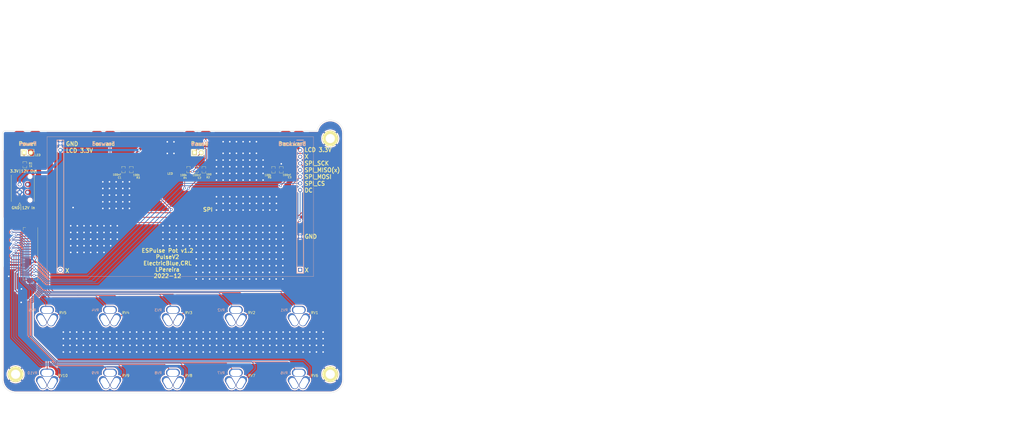
<source format=kicad_pcb>
(kicad_pcb (version 20211014) (generator pcbnew)
  (layers (0 "F.Cu" signal) (31 "B.Cu" signal) (34 "B.Paste" user) (35 "F.Paste" user) (36 "B.SilkS" user "B.Silkscreen") (37 "F.SilkS" user "F.Silkscreen") (38 "B.Mask" user) (39 "F.Mask" user) (44 "Edge.Cuts" user))
  (net 0 "")
  (net 1 "/Output_12V")
  (net 2 "Net-(P1-Pad1)")
  (net 3 "/DC_TFT")
  (net 4 "/SPI_CS_TFT")
  (net 5 "/SPI_MOSI")
  (net 6 "/SPI_MISO")
  (net 7 "/SPI_SCK")
  (net 8 "+3.3V")
  (net 9 "GND")
  (net 10 "/3.3V_LED_Power_Pause_Switch")
  (net 11 "Net-(P3-Pad1)")
  (net 12 "/VRef_10")
  (net 13 "/Pot_10")
  (net 14 "/VRef_9")
  (net 15 "/Pot_9")
  (net 16 "/VRef_8")
  (net 17 "/Pot_8")
  (net 18 "/VRef_7")
  (net 19 "/Pot_7")
  (net 20 "/VRef_6")
  (net 21 "/Pot_6")
  (net 22 "/Pot_5")
  (net 23 "/VRef_5")
  (net 24 "/Pot_4")
  (net 25 "/VRef_4")
  (net 26 "/Pot_3")
  (net 27 "/VRef_3")
  (net 28 "/Pot_2")
  (net 29 "/VRef_2")
  (net 30 "/Input_12V")
  (net 31 "/Backward_Pin")
  (net 32 "/Pause_Switch_Int")
  (net 33 "/Forward_Pin")
  (net 34 "/Pot_1")
  (net 35 "/VRef_1")
  (footprint "lsts-passives:C_0603" (layer "F.Cu") (at 129.63 71.87 -90)
    (fp_text reference "C1")
    (fp_text value "100nF")
  )
  (footprint "lsts-passives:R_0603" (layer "F.Cu") (at 154.43 71.87 -90)
    (fp_text reference "R4")
    (fp_text value "100k")
  )
  (footprint "lsts-passives:C_0603" (layer "F.Cu") (at 157.43 71.87 -90)
    (fp_text reference "C2")
    (fp_text value "100nF")
  )
  (footprint "lsts-conn:Pulse_button_2" (layer "F.Cu") (at 93 58.645 180)
    (fp_text reference "SW1" hide)
    (fp_text value "Power" hide)
  )
  (footprint "lsts-conn:43045-04YY_121314" (layer "F.Cu") (at 90.06 80.50325 -90)
    (fp_text reference "P4" hide)
    (fp_text value "CONN_4x1" hide)
  )
  (footprint "lsts-conn:Pulse_button_2" (layer "F.Cu") (at 158 58.645)
    (fp_text reference "SW3" hide)
    (fp_text value "Pause" hide)
  )
  (footprint "lsts-conn:FH1234S05SH55" (layer "F.Cu") (at 93.845 103.99 90)
    (fp_text reference "J1" hide)
    (fp_text value "FH12-34S-0.5SH_55_" hide)
  )
  (footprint "lsts-passives:R_0603" (layer "F.Cu") (at 160.274 71.9328 90)
    (fp_text reference "R2")
    (fp_text value "100")
  )
  (footprint "omst-alex:MNT-HOLE-3mm1" (layer "F.Cu") (at 104.2 176.05)
    (fp_text reference "P8" hide)
    (fp_text value "CONN_1x1" hide)
  )
  (footprint "lsts-conn:PIN_ARRAY_2x1" (layer "F.Cu") (at 93 65.39)
    (fp_text reference "P1" hide)
    (fp_text value "LED_On/Off_Switch" hide)
  )
  (footprint "omst-alex:MNT-HOLE-3mm1" (layer "F.Cu") (at 108.8 171.45)
    (fp_text reference "P7" hide)
    (fp_text value "CONN_1x1" hide)
  )
  (footprint "lsts-passives:C_0603" (layer "F.Cu") (at 189.82 71.9328 -90)
    (fp_text reference "C3")
    (fp_text value "100nF")
  )
  (footprint "lsts-conn:PIN_ARRAY_2x1" (layer "F.Cu") (at 158 65.39)
    (fp_text reference "P3" hide)
    (fp_text value "LED_Pause_Switch" hide)
  )
  (footprint "lsts-conn:Pulse_button" (layer "F.Cu") (at 194 58.645)
    (fp_text reference "SW4" hide)
    (fp_text value "Forward" hide)
  )
  (footprint "lsts-passives:R_0603" (layer "F.Cu") (at 92 70 90)
    (fp_text reference "R1")
    (fp_text value "1k")
  )
  (footprint "omst-alex:MNT-HOLE-3mm1" (layer "F.Cu") (at 104.2 171.45)
    (fp_text reference "P6" hide)
    (fp_text value "CONN_1x1" hide)
  )
  (footprint "lsts-passives:R_0603" (layer "F.Cu") (at 186.82 71.9328 -90)
    (fp_text reference "R5")
    (fp_text value "100k")
  )
  (footprint "lsts-passives:R_0603" (layer "F.Cu") (at 132.63 71.87 -90)
    (fp_text reference "R3")
    (fp_text value "100k")
  )
  (footprint "lsts-conn:Pulse_button" (layer "F.Cu") (at 122 58.645)
    (fp_text reference "SW2" hide)
    (fp_text value "Backward" hide)
  )
  (footprint "lsts-passives:Pot_P16NP103MAB15" (layer "B.Cu") (at 124.5 127.5 180)
    (fp_text reference "RV4")
    (fp_text value "10k" hide)
  )
  (footprint "lsts-passives:Pot_P16NP103MAB15" (layer "B.Cu") (at 172.5 127.5 180)
    (fp_text reference "RV2")
    (fp_text value "10k" hide)
  )
  (footprint "lsts-passives:Pot_P16NP103MAB15" (layer "B.Cu") (at 148.5 151.5 180)
    (fp_text reference "RV8")
    (fp_text value "10k" hide)
  )
  (footprint "lsts-passives:Pot_P16NP103MAB15" (layer "B.Cu") (at 196.5 151.5 180)
    (fp_text reference "RV6")
    (fp_text value "10k" hide)
  )
  (footprint "lsts-conn:TFT_3.5''Adafruit_40pin" (layer "B.Cu") (at 151.3 86)
    (fp_text reference "P2" hide)
    (fp_text value "CONN_1x40-lsts-conn" hide)
  )
  (footprint "lsts-passives:Pot_P16NP103MAB15" (layer "B.Cu") (at 172.5 151.5 180)
    (fp_text reference "RV7")
    (fp_text value "10k" hide)
  )
  (footprint "lsts-passives:Pot_P16NP103MAB15" (layer "B.Cu") (at 124.5 151.5 180)
    (fp_text reference "RV9")
    (fp_text value "10k" hide)
  )
  (footprint "lsts-passives:Pot_P16NP103MAB15" (layer "B.Cu") (at 100.5 151.5 180)
    (fp_text reference "RV10")
    (fp_text value "10k" hide)
  )
  (footprint "lsts-passives:Pot_P16NP103MAB15" (layer "B.Cu") (at 148.5 127.5 180)
    (fp_text reference "RV3")
    (fp_text value "10k" hide)
  )
  (footprint "lsts-passives:Pot_P16NP103MAB15" (layer "B.Cu") (at 100.5 127.5 180)
    (fp_text reference "RV5")
    (fp_text value "10k" hide)
  )
  (footprint "lsts-passives:Pot_P16NP103MAB15" (layer "B.Cu") (at 196.5 127.5 180)
    (fp_text reference "RV1")
    (fp_text value "10k" hide)
  )
  (gr_arc (start 203.5 57) (mid 205.298438 54.123047) (end 208.5 53) (layer "Edge.Cuts") (width 0.1))
  (gr_line (start 88.5 157) (end 208.5 157) (layer "Edge.Cuts") (width 0.1))
  (gr_arc (start 83.5 58.05) (mid 83.807538 57.307538) (end 84.55 57) (layer "Edge.Cuts") (width 0.1))
  (gr_line (start 83.5 58.05) (end 83.5 152) (layer "Edge.Cuts") (width 0.1))
  (gr_line (start 213.5 58) (end 213.5 152) (layer "Edge.Cuts") (width 0.1))
  (gr_arc (start 208.5 53) (mid 212.035534 54.464466) (end 213.5 58) (layer "Edge.Cuts") (width 0.1))
  (gr_arc (start 88.5 157) (mid 84.964466 155.535534) (end 83.5 152) (layer "Edge.Cuts") (width 0.1))
  (gr_arc (start 213.5 152) (mid 212.035534 155.535534) (end 208.5 157) (layer "Edge.Cuts") (width 0.1))
  (gr_line (start 203.5 57) (end 84.55 57) (layer "Edge.Cuts") (width 0.1))
  (gr_text "Forward" (at 122.02 62) (layer "B.SilkS") (effects (font (size 1.5 1.5) (thickness 0.3)) (justify mirror)))
  (gr_text "Pause" (at 158.71 62) (layer "B.SilkS") (effects (font (size 1.5 1.5) (thickness 0.3)) (justify mirror)))
  (gr_text "Backward" (at 194 62) (layer "B.SilkS") (effects (font (size 1.5 1.5) (thickness 0.3)) (justify mirror)))
  (gr_text "Power" (at 93.24 62) (layer "B.SilkS") (effects (font (size 1.5 1.5) (thickness 0.3)) (justify mirror)))
  (gr_text "RV10" (at 106.5 150.5) (layer "F.SilkS") (effects (font (size 1 1))))
  (gr_text "ESPulse Pot v1.2\nPulseV2\nElectricBlue,CRL\nLPereira\n2022-12" (at 146.42 107.62) (layer "F.SilkS") (effects (font (size 1.5 1.5) (thickness 0.3))))
  (gr_text "X" (at 107.29 110.45) (layer "F.SilkS") (effects (font (size 1.6 1.5) (thickness 0.3)) (justify left)))
  (gr_text "SPI" (at 161.81 87.13) (layer "F.SilkS") (effects (font (size 1.5 1.5) (thickness 0.3))))
  (gr_text "RV8" (at 154.5 150.5) (layer "F.SilkS") (effects (font (size 1 1))))
  (gr_text "RV2" (at 178.5 126.5) (layer "F.SilkS") (effects (font (size 1 1))))
  (gr_text "LCD 3.3V\nX\nSPI_SCK\nSPI_MISO(x)\nSPI_MOSI\nSPI_CS\nDC\n" (at 198.5324 72.0344) (layer "F.SilkS") (effects (font (size 1.6 1.5) (thickness 0.3)) (justify left)))
  (gr_text "RV1" (at 202.5 126.5) (layer "F.SilkS") (effects (font (size 1 1))))
  (gr_text "LED" (at 96.9772 66.294) (layer "F.SilkS") (effects (font (size 0.762 0.762) (thickness 0.1524))))
  (gr_text "RV4" (at 130.5 126.5) (layer "F.SilkS") (effects (font (size 1 1))))
  (gr_text "X" (at 198.5832 110.236) (layer "F.SilkS") (effects (font (size 1.6 1.5) (thickness 0.3)) (justify left)))
  (gr_text "Forward" (at 122.02 62) (layer "F.SilkS") (effects (font (size 1.5 1.5) (thickness 0.3))))
  (gr_text "3.3V|12V Out" (at 91.53 72.41) (layer "F.SilkS") (effects (font (size 1 1) (thickness 0.2))))
  (gr_text "Pause" (at 158.71 62) (layer "F.SilkS") (effects (font (size 1.5 1.5) (thickness 0.3))))
  (gr_text "RV5" (at 106.5 126.5) (layer "F.SilkS") (effects (font (size 1 1))))
  (gr_text "LED" (at 147.43 73.39) (layer "F.SilkS") (effects (font (size 0.762 0.762) (thickness 0.1524))))
  (gr_text "RV6" (at 202.5 150.5) (layer "F.SilkS") (effects (font (size 1 1))))
  (gr_text "RV3" (at 154.5 126.5) (layer "F.SilkS") (effects (font (size 1 1))))
  (gr_text "GND\nLCD 3.3V\n" (at 107.55 63.32) (layer "F.SilkS") (effects (font (size 1.6 1.5) (thickness 0.3)) (justify left)))
  (gr_text "RV7" (at 178.5 150.5) (layer "F.SilkS") (effects (font (size 1 1))))
  (gr_text "GND" (at 198.5832 97.4244) (layer "F.SilkS") (effects (font (size 1.6 1.5) (thickness 0.3)) (justify left)))
  (gr_text "GND|12V In" (at 91.44 86.46) (layer "F.SilkS") (effects (font (size 1 1) (thickness 0.2))))
  (gr_text "RV9" (at 130.5 150.5) (layer "F.SilkS") (effects (font (size 1 1))))
  (gr_text "Power" (at 93 62) (layer "F.SilkS") (effects (font (size 1.5 1.5) (thickness 0.3))))
  (gr_text "Backward" (at 194 62) (layer "F.SilkS") (effects (font (size 1.5 1.5) (thickness 0.3))))
  (segment (start 90 58.645) (end 94.27 62.915) (width 2) (layer "F.Cu") (net 1))
  (segment (start 94.27 62.915) (end 94.27 65.39) (width 2) (layer "F.Cu") (net 1))
  (segment (start 95.978034 77.50325) (end 93.06 77.50325) (width 2) (layer "F.Cu") (net 1))
  (segment (start 97.218033 68.338033) (end 97.218033 76.263251) (width 2) (layer "F.Cu") (net 1))
  (segment (start 94.27 65.39) (end 97.218033 68.338033) (width 2) (layer "F.Cu") (net 1))
  (segment (start 97.218033 76.263251) (end 95.978034 77.50325) (width 2) (layer "F.Cu") (net 1))
  (segment (start 91.73 65.39) (end 91.73 68.968) (width 0.25) (layer "F.Cu") (net 2))
  (segment (start 91.73 68.968) (end 92 69.238) (width 0.25) (layer "F.Cu") (net 2))
  (segment (start 86.175 105.25) (end 87.165 106.24) (width 0.3) (layer "F.Cu") (net 3))
  (segment (start 196.862 91.338) (end 196.12 92.08) (width 0.3) (layer "F.Cu") (net 3))
  (segment (start 87.662964 92.08) (end 86.175 93.567964) (width 0.3) (layer "F.Cu") (net 3))
  (segment (start 87.165 106.24) (end 90.72 106.24) (width 0.3) (layer "F.Cu") (net 3))
  (segment (start 86.175 93.567964) (end 86.175 105.25) (width 0.3) (layer "F.Cu") (net 3))
  (segment (start 196.12 92.08) (end 87.662964 92.08) (width 0.3) (layer "F.Cu") (net 3))
  (via (at 196.862 91.338) (size 1) (drill 0.6) (layers "F.Cu" "B.Cu") (net 3))
  (segment (start 197.02 91.18) (end 197.02 79.65) (width 0.3) (layer "B.Cu") (net 3))
  (segment (start 196.862 91.338) (end 197.02 91.18) (width 0.3) (layer "B.Cu") (net 3))
  (segment (start 95.727766 105.24) (end 90.72 105.24) (width 0.3) (layer "F.Cu") (net 4))
  (segment (start 96.118883 105.631117) (end 95.727766 105.24) (width 0.3) (layer "F.Cu") (net 4))
  (via (at 96.118883 105.631117) (size 1) (drill 0.6) (layers "F.Cu" "B.Cu") (net 4))
  (segment (start 115.9178 112.225) (end 151.0328 77.11) (width 0.3) (layer "B.Cu") (net 4))
  (segment (start 101.595 112.225) (end 115.9178 112.225) (width 0.3) (layer "B.Cu") (net 4))
  (segment (start 96.118883 105.631117) (end 96.118883 106.748883) (width 0.3) (layer "B.Cu") (net 4))
  (segment (start 96.118883 106.748883) (end 101.595 112.225) (width 0.3) (layer "B.Cu") (net 4))
  (segment (start 151.0328 77.11) (end 197.02 77.11) (width 0.3) (layer "B.Cu") (net 4))
  (segment (start 197.02 74.57) (end 197.02 74.59) (width 0.25) (layer "F.Cu") (net 5))
  (segment (start 84.42 90.905) (end 87 88.325) (width 0.3) (layer "F.Cu") (net 5))
  (segment (start 194.25 77.36) (end 194.25 86.95) (width 0.25) (layer "F.Cu") (net 5))
  (segment (start 197.02 74.59) (end 194.25 77.36) (width 0.25) (layer "F.Cu") (net 5))
  (segment (start 85.37 109.24) (end 84.42 108.29) (width 0.3) (layer "F.Cu") (net 5))
  (segment (start 90.72 109.24) (end 85.37 109.24) (width 0.3) (layer "F.Cu") (net 5))
  (segment (start 194.25 86.95) (end 192.875 88.325) (width 0.25) (layer "F.Cu") (net 5))
  (segment (start 84.42 108.29) (end 84.42 90.905) (width 0.3) (layer "F.Cu") (net 5))
  (segment (start 87 88.325) (end 192.875 88.325) (width 0.3) (layer "F.Cu") (net 5))
  (segment (start 86.69 107.24) (end 85.685 106.235) (width 0.3) (layer "F.Cu") (net 7))
  (segment (start 195.832 90.068) (end 201.225 84.675) (width 0.3) (layer "F.Cu") (net 7))
  (segment (start 201.225 84.675) (end 201.225 73.685) (width 0.3) (layer "F.Cu") (net 7))
  (segment (start 85.685 92.795) (end 88.412 90.068) (width 0.3) (layer "F.Cu") (net 7))
  (segment (start 201.225 73.685) (end 197.03 69.49) (width 0.3) (layer "F.Cu") (net 7))
  (segment (start 85.685 106.235) (end 85.685 92.795) (width 0.3) (layer "F.Cu") (net 7))
  (segment (start 88.412 90.068) (end 195.832 90.068) (width 0.3) (layer "F.Cu") (net 7))
  (segment (start 197.03 69.49) (end 197.02 69.49) (width 0.3) (layer "F.Cu") (net 7))
  (segment (start 90.72 107.24) (end 86.69 107.24) (width 0.3) (layer "F.Cu") (net 7))
  (segment (start 132.638 71.1) (end 132.63 71.108) (width 0.5) (layer "F.Cu") (net 8))
  (segment (start 135.57 64.41) (end 137.16 62.82) (width 1) (layer "F.Cu") (net 8))
  (segment (start 137.16 62.82) (end 195.43 62.82) (width 1) (layer "F.Cu") (net 8))
  (segment (start 154.43 71.108) (end 153.0992 71.108) (width 0.3) (layer "F.Cu") (net 8))
  (segment (start 135.57 64.41) (end 132.638 67.342) (width 0.5) (layer "F.Cu") (net 8))
  (segment (start 152.5524 70.5612) (end 152.5524 63.4492) (width 0.3) (layer "F.Cu") (net 8))
  (segment (start 195.43 62.82) (end 197.02 64.41) (width 1) (layer "F.Cu") (net 8))
  (segment (start 186.82 68.62) (end 186.82 71.1708) (width 0.3) (layer "F.Cu") (net 8))
  (segment (start 183.4388 65.2388) (end 186.82 68.62) (width 0.3) (layer "F.Cu") (net 8))
  (segment (start 153.0992 71.108) (end 152.5524 70.5612) (width 0.3) (layer "F.Cu") (net 8))
  (segment (start 132.638 67.342) (end 132.638 71.1) (width 0.5) (layer "F.Cu") (net 8))
  (segment (start 183.4388 63.0428) (end 183.4388 65.2388) (width 0.3) (layer "F.Cu") (net 8))
  (via (at 135.57 64.41) (size 1) (drill 0.6) (layers "F.Cu" "B.Cu") (net 8))
  (segment (start 90.06 77.50325) (end 90.06 75.43) (width 1) (layer "B.Cu") (net 8))
  (segment (start 105.58 67.91) (end 100.52 72.97) (width 1) (layer "B.Cu") (net 8))
  (segment (start 135.57 64.41) (end 105.58 64.41) (width 1) (layer "B.Cu") (net 8))
  (segment (start 90.06 75.43) (end 92.52 72.97) (width 1) (layer "B.Cu") (net 8))
  (segment (start 105.58 64.41) (end 105.58 67.91) (width 1) (layer "B.Cu") (net 8))
  (segment (start 92.52 72.97) (end 100.52 72.97) (width 1) (layer "B.Cu") (net 8))
  (segment (start 189.82 71.15) (end 189.82 69.652) (width 0.3) (layer "F.Cu") (net 9))
  (segment (start 92.325 109.5) (end 92.085 109.74) (width 0.3) (layer "F.Cu") (net 9))
  (segment (start 85.87 112.59) (end 85.85 112.61) (width 0.5) (layer "F.Cu") (net 9))
  (segment (start 92.315 106.74) (end 90.72 106.74) (width 0.3) (layer "F.Cu") (net 9))
  (segment (start 92.235 108.74) (end 92.325 108.65) (width 0.3) (layer "F.Cu") (net 9))
  (segment (start 92.325 107.625) (end 92.21 107.74) (width 0.3) (layer "F.Cu") (net 9))
  (segment (start 92.325 107.625) (end 92.325 108.65) (width 0.3) (layer "F.Cu") (net 9))
  (segment (start 157.43 71.108) (end 158.048 71.108) (width 0.25) (layer "F.Cu") (net 9))
  (segment (start 92.065 105.74) (end 93.74 105.74) (width 0.3) (layer "F.Cu") (net 9))
  (segment (start 159.6348 72.6948) (end 160.274 72.6948) (width 0.25) (layer "F.Cu") (net 9))
  (segment (start 85.85 117.775) (end 90.625 122.55) (width 0.5) (layer "F.Cu") (net 9))
  (segment (start 88.685 109.74) (end 90.72 109.74) (width 0.3) (layer "F.Cu") (net 9))
  (segment (start 85.87 112.555) (end 88.685 109.74) (width 0.3) (layer "F.Cu") (net 9))
  (segment (start 158.048 71.108) (end 159.6348 72.6948) (width 0.25) (layer "F.Cu") (net 9))
  (segment (start 92.325 108.65) (end 92.325 109.5) (width 0.3) (layer "F.Cu") (net 9))
  (segment (start 92.325 106.75) (end 92.315 106.74) (width 0.3) (layer "F.Cu") (net 9))
  (segment (start 92.085 109.74) (end 90.72 109.74) (width 0.3) (layer "F.Cu") (net 9))
  (segment (start 85.87 112.59) (end 85.87 112.555) (width 0.3) (layer "F.Cu") (net 9))
  (segment (start 90.72 105.74) (end 92.065 105.74) (width 0.3) (layer "F.Cu") (net 9))
  (segment (start 90.72 108.24) (end 90.72 107.74) (width 0.25) (layer "F.Cu") (net 9))
  (segment (start 92.21 107.74) (end 90.72 107.74) (width 0.3) (layer "F.Cu") (net 9))
  (segment (start 93.74 105.74) (end 94.82 106.82) (width 0.3) (layer "F.Cu") (net 9))
  (segment (start 92.325 106) (end 92.325 106.75) (width 0.3) (layer "F.Cu") (net 9))
  (segment (start 90.72 108.74) (end 92.235 108.74) (width 0.3) (layer "F.Cu") (net 9))
  (segment (start 92.065 105.74) (end 92.325 106) (width 0.3) (layer "F.Cu") (net 9))
  (segment (start 85.85 112.61) (end 85.85 117.775) (width 0.5) (layer "F.Cu") (net 9))
  (segment (start 92.325 106.75) (end 92.325 107.625) (width 0.3) (layer "F.Cu") (net 9))
  (via (at 170.09 103.47) (size 1) (drill 0.6) (layers "F.Cu" "B.Cu") (net 9))
  (via (at 177.8 73.305) (size 1) (drill 0.6) (layers "F.Cu" "B.Cu") (net 9))
  (via (at 187.87 100.93) (size 1) (drill 0.6) (layers "F.Cu" "B.Cu") (net 9))
  (via (at 180.25 103.47) (size 1) (drill 0.6) (layers "F.Cu" "B.Cu") (net 9))
  (via (at 185.33 111.09) (size 1) (drill 0.6) (layers "F.Cu" "B.Cu") (net 9))
  (via (at 119.41 133.88) (size 1) (drill 0.6) (layers "F.Cu" "B.Cu") (net 9))
  (via (at 172.75 138.96) (size 1) (drill 0.6) (layers "F.Cu" "B.Cu") (net 9))
  (via (at 152.31 100.93) (size 1) (drill 0.6) (layers "F.Cu" "B.Cu") (net 9))
  (via (at 119.67 95.85) (size 1) (drill 0.6) (layers "F.Cu" "B.Cu") (net 9))
  (via (at 121.76 79.065) (size 1) (drill 0.6) (layers "F.Cu" "B.Cu") (net 9))
  (via (at 144.69 93.31) (size 1) (drill 0.6) (layers "F.Cu" "B.Cu") (net 9))
  (via (at 162.47 103.47) (size 1) (drill 0.6) (layers "F.Cu" "B.Cu") (net 9))
  (via (at 114.33 136.42) (size 1) (drill 0.6) (layers "F.Cu" "B.Cu") (net 9))
  (via (at 157.51 141.5) (size 1) (drill 0.6) (layers "F.Cu" "B.Cu") (net 9))
  (via (at 162.47 98.39) (size 1) (drill 0.6) (layers "F.Cu" "B.Cu") (net 9))
  (via (at 134.65 141.5) (size 1) (drill 0.6) (layers "F.Cu" "B.Cu") (net 9))
  (via (at 182.91 136.42) (size 1) (drill 0.6) (layers "F.Cu" "B.Cu") (net 9))
  (via (at 119.67 100.93) (size 1) (drill 0.6) (layers "F.Cu" "B.Cu") (net 9))
  (via (at 154.85 93.31) (size 1) (drill 0.6) (layers "F.Cu" "B.Cu") (net 9))
  (via (at 175.29 138.96) (size 1) (drill 0.6) (layers "F.Cu" "B.Cu") (net 9))
  (via (at 185.45 138.96) (size 1) (drill 0.6) (layers "F.Cu" "B.Cu") (net 9))
  (via (at 165.1 87.31) (size 1) (drill 0.6) (layers "F.Cu" "B.Cu") (net 9))
  (via (at 162.59 133.88) (size 1) (drill 0.6) (layers "F.Cu" "B.Cu") (net 9))
  (via (at 109.25 136.42) (size 1) (drill 0.6) (layers "F.Cu" "B.Cu") (net 9))
  (via (at 205.77 138.96) (size 1) (drill 0.6) (layers "F.Cu" "B.Cu") (net 9))
  (via (at 162.47 108.55) (size 1) (drill 0.6) (layers "F.Cu" "B.Cu") (net 9))
  (via (at 175.17 98.39) (size 1) (drill 0.6) (layers "F.Cu" "B.Cu") (net 9))
  (via (at 131.92 81.605) (size 1) (drill 0.6) (layers "F.Cu" "B.Cu") (net 9))
  (via (at 162.59 136.42) (size 1) (drill 0.6) (layers "F.Cu" "B.Cu") (net 9))
  (via (at 154.85 98.39) (size 1) (drill 0.6) (layers "F.Cu" "B.Cu") (net 9))
  (via (at 122.21 103.47) (size 1) (drill 0.6) (layers "F.Cu" "B.Cu") (net 9))
  (via (at 170.18 87.31) (size 1) (drill 0.6) (layers "F.Cu" "B.Cu") (net 9))
  (via (at 177.71 108.55) (size 1) (drill 0.6) (layers "F.Cu" "B.Cu") (net 9))
  (via (at 175.17 111.09) (size 1) (drill 0.6) (layers "F.Cu" "B.Cu") (net 9))
  (via (at 167.64 61.214) (size 1) (drill 0.6) (layers "F.Cu" "B.Cu") (net 9))
  (via (at 157.39 106.01) (size 1) (drill 0.6) (layers "F.Cu" "B.Cu") (net 9))
  (via (at 112.05 95.85) (size 1) (drill 0.6) (layers "F.Cu" "B.Cu") (net 9))
  (via (at 114.33 138.96) (size 1) (drill 0.6) (layers "F.Cu" "B.Cu") (net 9))
  (via (at 134.65 133.88) (size 1) (drill 0.6) (layers "F.Cu" "B.Cu") (net 9))
  (via (at 165.13 136.42) (size 1) (drill 0.6) (layers "F.Cu" "B.Cu") (net 9))
  (via (at 175.26 84.77) (size 1) (drill 0.6) (layers "F.Cu" "B.Cu") (net 9))
  (via (at 185.45 136.42) (size 1) (drill 0.6) (layers "F.Cu" "B.Cu") (net 9))
  (via (at 157.39 111.09) (size 1) (drill 0.6) (layers "F.Cu" "B.Cu") (net 9))
  (via (at 200.69 136.42) (size 1) (drill 0.6) (layers "F.Cu" "B.Cu") (net 9))
  (via (at 131.92 76.525) (size 1) (drill 0.6) (layers "F.Cu" "B.Cu") (net 9))
  (via (at 139.73 136.42) (size 1) (drill 0.6) (layers "F.Cu" "B.Cu") (net 9))
  (via (at 167.55 113.63) (size 1) (drill 0.6) (layers "F.Cu" "B.Cu") (net 9))
  (via (at 187.87 111.09) (size 1) (drill 0.6) (layers "F.Cu" "B.Cu") (net 9))
  (via (at 172.72 70.765) (size 1) (drill 0.6) (layers "F.Cu" "B.Cu") (net 9))
  (via (at 177.71 113.63) (size 1) (drill 0.6) (layers "F.Cu" "B.Cu") (net 9))
  (via (at 144.81 138.96) (size 1) (drill 0.6) (layers "F.Cu" "B.Cu") (net 9))
  (via (at 172.72 73.305) (size 1) (drill 0.6) (layers "F.Cu" "B.Cu") (net 9))
  (via (at 187.96 84.77) (size 1) (drill 0.6) (layers "F.Cu" "B.Cu") (net 9))
  (via (at 152.43 133.88) (size 1) (drill 0.6) (layers "F.Cu" "B.Cu") (net 9))
  (via (at 160.05 138.96) (size 1) (drill 0.6) (layers "F.Cu" "B.Cu") (net 9))
  (via (at 162.59 141.5) (size 1) (drill 0.6) (layers "F.Cu" "B.Cu") (net 9))
  (via (at 134.65 136.42) (size 1) (drill 0.6) (layers "F.Cu" "B.Cu") (net 9))
  (via (at 193.07 141.5) (size 1) (drill 0.6) (layers "F.Cu" "B.Cu") (net 9))
  (via (at 180.25 108.55) (size 1) (drill 0.6) (layers "F.Cu" "B.Cu") (net 9))
  (via (at 139.73 141.5) (size 1) (drill 0.6) (layers "F.Cu" "B.Cu") (net 9))
  (via (at 167.55 103.47) (size 1) (drill 0.6) (layers "F.Cu" "B.Cu") (net 9))
  (via (at 180.34 84.77) (size 1) (drill 0.6) (layers "F.Cu" "B.Cu") (net 9))
  (via (at 159.93 108.55) (size 1) (drill 0.6) (layers "F.Cu" "B.Cu") (net 9))
  (via (at 144.81 136.42) (size 1) (drill 0.6) (layers "F.Cu" "B.Cu") (net 9))
  (via (at 137.19 138.96) (size 1) (drill 0.6) (layers "F.Cu" "B.Cu") (net 9))
  (via (at 190.41 95.85) (size 1) (drill 0.6) (layers "F.Cu" "B.Cu") (net 9))
  (via (at 187.87 93.31) (size 1) (drill 0.6) (layers "F.Cu" "B.Cu") (net 9))
  (via (at 180.25 95.85) (size 1) (drill 0.6) (layers "F.Cu" "B.Cu") (net 9))
  (via (at 149.77 93.31) (size 1) (drill 0.6) (layers "F.Cu" "B.Cu") (net 9))
  (via (at 180.37 138.96) (size 1) (drill 0.6) (layers "F.Cu" "B.Cu") (net 9))
  (via (at 167.55 100.93) (size 1) (drill 0.6) (layers "F.Cu" "B.Cu") (net 9))
  (via (at 175.26 68.225) (size 1) (drill 0.6) (layers "F.Cu" "B.Cu") (net 9))
  (via (at 117.13 100.93) (size 1) (drill 0.6) (layers "F.Cu" "B.Cu") (net 9))
  (via (at 121.76 86.685) (size 1) (drill 0.6) (layers "F.Cu" "B.Cu") (net 9))
  (via (at 190.41 98.39) (size 1) (drill 0.6) (layers "F.Cu" "B.Cu") (net 9))
  (via (at 182.79 108.55) (size 1) (drill 0.6) (layers "F.Cu" "B.Cu") (net 9))
  (via (at 152.43 141.5) (size 1) (drill 0.6) (layers "F.Cu" "B.Cu") (net 9))
  (via (at 187.99 136.42) (size 1) (drill 0.6) (layers "F.Cu" "B.Cu") (net 9))
  (via (at 149.89 141.5) (size 1) (drill 0.6) (layers "F.Cu" "B.Cu") (net 9))
  (via (at 180.25 100.93) (size 1) (drill 0.6) (layers "F.Cu" "B.Cu") (net 9))
  (via (at 190.53 136.42) (size 1) (drill 0.6) (layers "F.Cu" "B.Cu") (net 9))
  (via (at 172.63 108.55) (size 1) (drill 0.6) (layers "F.Cu" "B.Cu") (net 9))
  (via (at 177.8 61.214) (size 1) (drill 0.6) (layers "F.Cu" "B.Cu") (net 9))
  (via (at 122.21 98.39) (size 1) (drill 0.6) (layers "F.Cu" "B.Cu") (net 9))
  (via (at 126.84 84.145) (size 1) (drill 0.6) (layers "F.Cu" "B.Cu") (net 9))
  (via (at 116.87 133.88) (size 1) (drill 0.6) (layers "F.Cu" "B.Cu") (net 9))
  (via (at 190.41 113.63) (size 1) (drill 0.6) (layers "F.Cu" "B.Cu") (net 9))
  (via (at 180.34 61.214) (size 1) (drill 0.6) (layers "F.Cu" "B.Cu") (net 9))
  (via (at 187.99 133.88) (size 1) (drill 0.6) (layers "F.Cu" "B.Cu") (net 9))
  (via (at 170.18 82.23) (size 1) (drill 0.6) (layers "F.Cu" "B.Cu") (net 9))
  (via (at 170.18 70.765) (size 1) (drill 0.6) (layers "F.Cu" "B.Cu") (net 9))
  (via (at 172.72 61.214) (size 1) (drill 0.6) (layers "F.Cu" "B.Cu") (net 9))
  (via (at 170.09 111.09) (size 1) (drill 0.6) (layers "F.Cu" "B.Cu") (net 9))
  (via (at 159.93 111.09) (size 1) (drill 0.6) (layers "F.Cu" "B.Cu") (net 9))
  (via (at 149.89 133.88) (size 1) (drill 0.6) (layers "F.Cu" "B.Cu") (net 9))
  (via (at 182.79 111.09) (size 1) (drill 0.6) (layers "F.Cu" "B.Cu") (net 9))
  (via (at 132.11 133.88) (size 1) (drill 0.6) (layers "F.Cu" "B.Cu") (net 9))
  (via (at 182.88 68.225) (size 1) (drill 0.6) (layers "F.Cu" "B.Cu") (net 9))
  (via (at 182.79 98.39) (size 1) (drill 0.6) (layers "F.Cu" "B.Cu") (net 9))
  (via (at 152.43 136.42) (size 1) (drill 0.6) (layers "F.Cu" "B.Cu") (net 9))
  (via (at 177.83 136.42) (size 1) (drill 0.6) (layers "F.Cu" "B.Cu") (net 9))
  (via (at 182.79 103.47) (size 1) (drill 0.6) (layers "F.Cu" "B.Cu") (net 9))
  (via (at 185.45 141.5) (size 1) (drill 0.6) (layers "F.Cu" "B.Cu") (net 9))
  (via (at 205.77 136.42) (size 1) (drill 0.6) (layers "F.Cu" "B.Cu") (net 9))
  (via (at 122.21 93.31) (size 1) (drill 0.6) (layers "F.Cu" "B.Cu") (net 9))
  (via (at 111.79 138.96) (size 1) (drill 0.6) (layers "F.Cu" "B.Cu") (net 9))
  (via (at 190.41 103.47) (size 1) (drill 0.6) (layers "F.Cu" "B.Cu") (net 9))
  (via (at 159.93 95.85) (size 1) (drill 0.6) (layers "F.Cu" "B.Cu") (net 9))
  (via (at 167.64 70.765) (size 1) (drill 0.6) (layers "F.Cu" "B.Cu") (net 9))
  (via (at 148.8948 65.6844) (size 1) (drill 0.6) (layers "F.Cu" "B.Cu") (net 9))
  (via (at 187.87 113.63) (size 1) (drill 0.6) (layers "F.Cu" "B.Cu") (net 9))
  (via (at 132.11 136.42) (size 1) (drill 0.6) (layers "F.Cu" "B.Cu") (net 9))
  (via (at 172.63 103.47) (size 1) (drill 0.6) (layers "F.Cu" "B.Cu") (net 9))
  (via (at 165.01 103.47) (size 1) (drill 0.6) (layers "F.Cu" "B.Cu") (net 9))
  (via (at 106.71 133.88) (size 1) (drill 0.6) (layers "F.Cu" "B.Cu") (net 9))
  (via (at 187.96 87.31) (size 1) (drill 0.6) (layers "F.Cu" "B.Cu") (net 9))
  (via (at 185.33 98.39) (size 1) (drill 0.6) (layers "F.Cu" "B.Cu") (net 9))
  (via (at 157.39 103.47) (size 1) (drill 0.6) (layers "F.Cu" "B.Cu") (net 9))
  (via (at 114.59 93.31) (size 1) (drill 0.6) (layers "F.Cu" "B.Cu") (net 9))
  (via (at 112.05 100.93) (size 1) (drill 0.6) (layers "F.Cu" "B.Cu") (net 9))
  (via (at 190.41 93.31) (size 1) (drill 0.6) (layers "F.Cu" "B.Cu") (net 9))
  (via (at 165.01 93.31) (size 1) (drill 0.6) (layers "F.Cu" "B.Cu") (net 9))
  (via (at 127.03 141.5) (size 1) (drill 0.6) (layers "F.Cu" "B.Cu") (net 9))
  (via (at 170.21 133.88) (size 1) (drill 0.6) (layers "F.Cu" "B.Cu") (net 9))
  (via (at 180.37 133.88) (size 1) (drill 0.6) (layers "F.Cu" "B.Cu") (net 9))
  (via (at 172.72 82.23) (size 1) (drill 0.6) (layers "F.Cu" "B.Cu") (net 9))
  (via (at 124.75 100.93) (size 1) (drill 0.6) (layers "F.Cu" "B.Cu") (net 9))
  (via (at 146.3548 61.2648) (size 1) (drill 0.6) (layers "F.Cu" "B.Cu") (net 9))
  (via (at 147.35 141.5) (size 1) (drill 0.6) (layers "F.Cu" "B.Cu") (net 9))
  (via (at 132.11 141.5) (size 1) (drill 0.6) (layers "F.Cu" "B.Cu") (net 9))
  (via (at 119.41 138.96) (size 1) (drill 0.6) (layers "F.Cu" "B.Cu") (net 9))
  (via (at 127.29 98.39) (size 1) (drill 0.6) (layers "F.Cu" "B.Cu") (net 9))
  (via (at 147.23 98.39) (size 1) (drill 0.6) (layers "F.Cu" "B.Cu") (net 9))
  (via (at 114.59 98.39) (size 1) (drill 0.6) (layers "F.Cu" "B.Cu") (net 9))
  (via (at 182.79 113.63) (size 1) (drill 0.6) (layers "F.Cu" "B.Cu") (net 9))
  (via (at 185.42 82.23) (size 1) (drill 0.6) (layers "F.Cu" "B.Cu") (net 9))
  (via (at 190.41 100.93) (size 1) (drill 0.6) (layers "F.Cu" "B.Cu") (net 9))
  (via (at 109.25 133.88) (size 1) (drill 0.6) (layers "F.Cu" "B.Cu") (net 9))
  (via (at 90.625 122.55) (size 1) (drill 0.6) (layers "F.Cu" "B.Cu") (net 9))
  (via (at 175.17 113.63) (size 1) (drill 0.6) (layers "F.Cu" "B.Cu") (net 9))
  (via (at 170.18 65.6336) (size 1) (drill 0.6) (layers "F.Cu" "B.Cu") (net 9))
  (via (at 124.3 76.525) (size 1) (drill 0.6) (layers "F.Cu" "B.Cu") (net 9))
  (via (at 180.34 65.6336) (size 1) (drill 0.6) (layers "F.Cu" "B.Cu") (net 9))
  (via (at 180.25 113.63) (size 1) (drill 0.6) (layers "F.Cu" "B.Cu") (net 9))
  (via (at 170.21 141.5) (size 1) (drill 0.6) (layers "F.Cu" "B.Cu") (net 9))
  (via (at 180.25 98.39) (size 1) (drill 0.6) (layers "F.Cu" "B.Cu") (net 9))
  (via (at 187.87 98.39) (size 1) (drill 0.6) (layers "F.Cu" "B.Cu") (net 9))
  (via (at 172.63 106.01) (size 1) (drill 0.6) (layers "F.Cu" "B.Cu") (net 9))
  (via (at 121.95 136.42) (size 1) (drill 0.6) (layers "F.Cu" "B.Cu") (net 9))
  (via (at 159.93 93.31) (size 1) (drill 0.6) (layers "F.Cu" "B.Cu") (net 9))
  (via (at 129.38 84.145) (size 1) (drill 0.6) (layers "F.Cu" "B.Cu") (net 9))
  (via (at 129.38 76.525) (size 1) (drill 0.6) (layers "F.Cu" "B.Cu") (net 9))
  (via (at 137.19 133.88) (size 1) (drill 0.6) (layers "F.Cu" "B.Cu") (net 9))
  (via (at 167.55 98.39) (size 1) (drill 0.6) (layers "F.Cu" "B.Cu") (net 9))
  (via (at 90.725 117.425) (size 1) (drill 0.6) (layers "F.Cu" "B.Cu") (net 9))
  (via (at 175.17 95.85) (size 1) (drill 0.6) (layers "F.Cu" "B.Cu") (net 9))
  (via (at 119.67 98.39) (size 1) (drill 0.6) (layers "F.Cu" "B.Cu") (net 9))
  (via (at 180.37 141.5) (size 1) (drill 0.6) (layers "F.Cu" "B.Cu") (net 9))
  (via (at 144.69 100.93) (size 1) (drill 0.6) (layers "F.Cu" "B.Cu") (net 9))
  (via (at 142.27 138.96) (size 1) (drill 0.6) (layers "F.Cu" "B.Cu") (net 9))
  (via (at 175.17 108.55) (size 1) (drill 0.6) (layers "F.Cu" "B.Cu") (net 9))
  (via (at 175.26 87.31) (size 1) (drill 0.6) (layers "F.Cu" "B.Cu") (net 9))
  (via (at 124.49 133.88) (size 1) (drill 0.6) (layers "F.Cu" "B.Cu") (net 9))
  (via (at 167.55 95.85) (size 1) (drill 0.6) (layers "F.Cu" "B.Cu") (net 9))
  (via (at 170.09 98.39) (size 1) (drill 0.6) (layers "F.Cu" "B.Cu") (net 9))
  (via (at 170.21 138.96) (size 1) (drill 0.6) (layers "F.Cu" "B.Cu") (net 9))
  (via (at 185.33 103.47) (size 1) (drill 0.6) (layers "F.Cu" "B.Cu") (net 9))
  (via (at 198.15 141.5) (size 1) (drill 0.6) (layers "F.Cu" "B.Cu") (net 9))
  (via (at 182.79 93.31) (size 1) (drill 0.6) (layers "F.Cu" "B.Cu") (net 9))
  (via (at 175.26 73.305) (size 1) (drill 0.6) (layers "F.Cu" "B.Cu") (net 9))
  (via (at 190.53 138.96) (size 1) (drill 0.6) (layers "F.Cu" "B.Cu") (net 9))
  (via (at 185.33 113.63) (size 1) (drill 0.6) (layers "F.Cu" "B.Cu") (net 9))
  (via (at 172.63 100.93) (size 1) (drill 0.6) (layers "F.Cu" "B.Cu") (net 9))
  (via (at 147.23 93.31) (size 1) (drill 0.6) (layers "F.Cu" "B.Cu") (net 9))
  (via (at 165.1 75.845) (size 1) (drill 0.6) (layers "F.Cu" "B.Cu") (net 9))
  (via (at 157.51 133.88) (size 1) (drill 0.6) (layers "F.Cu" "B.Cu") (net 9))
  (via (at 182.88 75.845) (size 1) (drill 0.6) (layers "F.Cu" "B.Cu") (net 9))
  (via (at 195.61 138.96) (size 1) (drill 0.6) (layers "F.Cu" "B.Cu") (net 9))
  (via (at 185.45 133.88) (size 1) (drill 0.6) (layers "F.Cu" "B.Cu") (net 9))
  (via (at 106.71 136.42) (size 1) (drill 0.6) (layers "F.Cu" "B.Cu") (net 9))
  (via (at 137.19 136.42) (size 1) (drill 0.6) (layers "F.Cu" "B.Cu") (net 9))
  (via (at 175.26 61.214) (size 1) (drill 0.6) (layers "F.Cu" "B.Cu") (net 9))
  (via (at 167.67 141.5) (size 1) (drill 0.6) (layers "F.Cu" "B.Cu") (net 9))
  (via (at 172.72 65.6336) (size 1) (drill 0.6) (layers "F.Cu" "B.Cu") (net 9))
  (via (at 167.67 136.42) (size 1) (drill 0.6) (layers "F.Cu" "B.Cu") (net 9))
  (via (at 177.71 106.01) (size 1) (drill 0.6) (layers "F.Cu" "B.Cu") (net 9))
  (via (at 177.71 103.47) (size 1) (drill 0.6) (layers "F.Cu" "B.Cu") (net 9))
  (via (at 124.75 98.39) (size 1) (drill 0.6) (layers "F.Cu" "B.Cu") (net 9))
  (via (at 134.65 138.96) (size 1) (drill 0.6) (layers "F.Cu" "B.Cu") (net 9))
  (via (at 157.39 100.93) (size 1) (drill 0.6) (layers "F.Cu" "B.Cu") (net 9))
  (via (at 195.61 136.42) (size 1) (drill 0.6) (layers "F.Cu" "B.Cu") (net 9))
  (via (at 187.99 141.5) (size 1) (drill 0.6) (layers "F.Cu" "B.Cu") (net 9))
  (via (at 110.42 86.34) (size 1) (drill 0.6) (layers "F.Cu" "B.Cu") (net 9))
  (via (at 154.97 133.88) (size 1) (drill 0.6) (layers "F.Cu" "B.Cu") (net 9))
  (via (at 146.3548 65.6844) (size 1) (drill 0.6) (layers "F.Cu" "B.Cu") (net 9))
  (via (at 162.47 111.09) (size 1) (drill 0.6) (layers "F.Cu" "B.Cu") (net 9))
  (via (at 172.75 141.5) (size 1) (drill 0.6) (layers "F.Cu" "B.Cu") (net 9))
  (via (at 172.72 87.31) (size 1) (drill 0.6) (layers "F.Cu" "B.Cu") (net 9))
  (via (at 124.75 93.31) (size 1) (drill 0.6) (layers "F.Cu" "B.Cu") (net 9))
  (via (at 159.93 98.39) (size 1) (drill 0.6) (layers "F.Cu" "B.Cu") (net 9))
  (via (at 109.51 98.39) (size 1) (drill 0.6) (layers "F.Cu" "B.Cu") (net 9))
  (via (at 157.39 113.63) (size 1) (drill 0.6) (layers "F.Cu" "B.Cu") (net 9))
  (via (at 147.35 138.96) (size 1) (drill 0.6) (layers "F.Cu" "B.Cu") (net 9))
  (via (at 165.13 141.5) (size 1) (drill 0.6) (layers "F.Cu" "B.Cu") (net 9))
  (via (at 119.41 141.5) (size 1) (drill 0.6) (layers "F.Cu" "B.Cu") (net 9))
  (via (at 177.83 141.5) (size 1) (drill 0.6) (layers "F.Cu" "B.Cu") (net 9))
  (via (at 167.64 65.6336) (size 1) (drill 0.6) (layers "F.Cu" "B.Cu") (net 9))
  (via (at 124.49 138.96) (size 1) (drill 0.6) (layers "F.Cu" "B.Cu") (net 9))
  (via (at 172.63 111.09) (size 1) (drill 0.6) (layers "F.Cu" "B.Cu") (net 9))
  (via (at 177.71 95.85) (size 1) (drill 0.6) (layers "F.Cu" "B.Cu") (net 9))
  (via (at 167.64 82.23) (size 1) (drill 0.6) (layers "F.Cu" "B.Cu") (net 9))
  (via (at 149.89 138.96) (size 1) (drill 0.6) (layers "F.Cu" "B.Cu") (net 9))
  (via (at 116.87 138.96) (size 1) (drill 0.6) (layers "F.Cu" "B.Cu") (net 9))
  (via (at 177.8 70.765) (size 1) (drill 0.6) (layers "F.Cu" "B.Cu") (net 9))
  (via (at 126.84 76.525) (size 1) (drill 0.6) (layers "F.Cu" "B.Cu") (net 9))
  (via (at 170.09 100.93) (size 1) (drill 0.6) (layers "F.Cu" "B.Cu") (net 9))
  (via (at 177.8 65.6336) (size 1) (drill 0.6) (layers "F.Cu" "B.Cu") (net 9))
  (via (at 160.05 141.5) (size 1) (drill 0.6) (layers "F.Cu" "B.Cu") (net 9))
  (via (at 112.05 93.31) (size 1) (drill 0.6) (layers "F.Cu" "B.Cu") (net 9))
  (via (at 154.85 95.85) (size 1) (drill 0.6) (layers "F.Cu" "B.Cu") (net 9))
  (via (at 124.3 86.685) (size 1) (drill 0.6) (layers "F.Cu" "B.Cu") (net 9))
  (via (at 180.34 73.305) (size 1) (drill 0.6) (layers "F.Cu" "B.Cu") (net 9))
  (via (at 187.99 138.96) (size 1) (drill 0.6) (layers "F.Cu" "B.Cu") (net 9))
  (via (at 195.61 141.5) (size 1) (drill 0.6) (layers "F.Cu" "B.Cu") (net 9))
  (via (at 190.41 106.01) (size 1) (drill 0.6) (layers "F.Cu" "B.Cu") (net 9))
  (via (at 203.23 138.96) (size 1) (drill 0.6) (layers "F.Cu" "B.Cu") (net 9))
  (via (at 205.77 141.5) (size 1) (drill 0.6) (layers "F.Cu" "B.Cu") (net 9))
  (via (at 180.34 68.225) (size 1) (drill 0.6) (layers "F.Cu" "B.Cu") (net 9))
  (via (at 170.18 73.305) (size 1) (drill 0.6) (layers "F.Cu" "B.Cu") (net 9))
  (via (at 106.71 141.5) (size 1) (drill 0.6) (layers "F.Cu" "B.Cu") (net 9))
  (via (at 109.51 100.93) (size 1) (drill 0.6) (layers "F.Cu" "B.Cu") (net 9))
  (via (at 165.13 133.88) (size 1) (drill 0.6) (layers "F.Cu" "B.Cu") (net 9))
  (via (at 121.76 84.145) (size 1) (drill 0.6) (layers "F.Cu" "B.Cu") (net 9))
  (via (at 170.09 113.63) (size 1) (drill 0.6) (layers "F.Cu" "B.Cu") (net 9))
  (via (at 119.41 136.42) (size 1) (drill 0.6) (layers "F.Cu" "B.Cu") (net 9))
  (via (at 162.47 106.01) (size 1) (drill 0.6) (layers "F.Cu" "B.Cu") (net 9))
  (via (at 167.64 73.305) (size 1) (drill 0.6) (layers "F.Cu" "B.Cu") (net 9))
  (via (at 142.27 133.88) (size 1) (drill 0.6) (layers "F.Cu" "B.Cu") (net 9))
  (via (at 144.81 141.5) (size 1) (drill 0.6) (layers "F.Cu" "B.Cu") (net 9))
  (via (at 187.87 108.55) (size 1) (drill 0.6) (layers "F.Cu" "B.Cu") (net 9))
  (via (at 182.79 106.01) (size 1) (drill 0.6) (layers "F.Cu" "B.Cu") (net 9))
  (via (at 198.15 136.42) (size 1) (drill 0.6) (layers "F.Cu" "B.Cu") (net 9))
  (via (at 119.67 103.47) (size 1) (drill 0.6) (layers "F.Cu" "B.Cu") (net 9))
  (via (at 114.59 95.85) (size 1) (drill 0.6) (layers "F.Cu" "B.Cu") (net 9))
  (via (at 149.89 136.42) (size 1) (drill 0.6) (layers "F.Cu" "B.Cu") (net 9))
  (via (at 127.29 95.85) (size 1) (drill 0.6) (layers "F.Cu" "B.Cu") (net 9))
  (via (at 177.83 138.96) (size 1) (drill 0.6) (layers "F.Cu" "B.Cu") (net 9))
  (via (at 139.73 133.88) (size 1) (drill 0.6) (layers "F.Cu" "B.Cu") (net 9))
  (via (at 182.88 82.23) (size 1) (drill 0.6) (layers "F.Cu" "B.Cu") (net 9))
  (via (at 182.91 133.88) (size 1) (drill 0.6) (layers "F.Cu" "B.Cu") (net 9))
  (via (at 177.8 84.77) (size 1) (drill 0.6) (layers "F.Cu" "B.Cu") (net 9))
  (via (at 127.29 93.31) (size 1) (drill 0.6) (layers "F.Cu" "B.Cu") (net 9))
  (via (at 111.79 141.5) (size 1) (drill 0.6) (layers "F.Cu" "B.Cu") (net 9))
  (via (at 109.25 138.96) (size 1) (drill 0.6) (layers "F.Cu" "B.Cu") (net 9))
  (via (at 114.33 133.88) (size 1) (drill 0.6) (layers "F.Cu" "B.Cu") (net 9))
  (via (at 127.03 138.96) (size 1) (drill 0.6) (layers "F.Cu" "B.Cu") (net 9))
  (via (at 154.85 100.93) (size 1) (drill 0.6) (layers "F.Cu" "B.Cu") (net 9))
  (via (at 147.35 136.42) (size 1) (drill 0.6) (layers "F.Cu" "B.Cu") (net 9))
  (via (at 157.39 98.39) (size 1) (drill 0.6) (layers "F.Cu" "B.Cu") (net 9))
  (via (at 162.47 100.93) (size 1) (drill 0.6) (layers "F.Cu" "B.Cu") (net 9))
  (via (at 122.21 100.93) (size 1) (drill 0.6) (layers "F.Cu" "B.Cu") (net 9))
  (via (at 127.03 136.42) (size 1) (drill 0.6) (layers "F.Cu" "B.Cu") (net 9))
  (via (at 165.01 100.93) (size 1) (drill 0.6) (layers "F.Cu" "B.Cu") (net 9))
  (via (at 189.82 69.652) (size 1) (drill 0.6) (layers "F.Cu" "B.Cu") (net 9))
  (via (at 114.59 100.93) (size 1) (drill 0.6) (layers "F.Cu" "B.Cu") (net 9))
  (via (at 170.09 108.55) (size 1) (drill 0.6) (layers "F.Cu" "B.Cu") (net 9))
  (via (at 193.07 138.96) (size 1) (drill 0.6) (layers "F.Cu" "B.Cu") (net 9))
  (via (at 180.34 87.31) (size 1) (drill 0.6) (layers "F.Cu" "B.Cu") (net 9))
  (via (at 159.93 100.93) (size 1) (drill 0.6) (layers "F.Cu" "B.Cu") (net 9))
  (via (at 94.82 106.82) (size 1) (drill 0.6) (layers "F.Cu" "B.Cu") (net 9))
  (via (at 157.51 136.42) (size 1) (drill 0.6) (layers "F.Cu" "B.Cu") (net 9))
  (via (at 187.87 103.47) (size 1) (drill 0.6) (layers "F.Cu" "B.Cu") (net 9))
  (via (at 203.23 133.88) (size 1) (drill 0.6) (layers "F.Cu" "B.Cu") (net 9))
  (via (at 177.8 87.31) (size 1) (drill 0.6) (layers "F.Cu" "B.Cu") (net 9))
  (via (at 144.69 98.39) (size 1) (drill 0.6) (layers "F.Cu" "B.Cu") (net 9))
  (via (at 109.25 141.5) (size 1) (drill 0.6) (layers "F.Cu" "B.Cu") (net 9))
  (via (at 124.3 81.605) (size 1) (drill 0.6) (layers "F.Cu" "B.Cu") (net 9))
  (via (at 172.63 93.31) (size 1) (drill 0.6) (layers "F.Cu" "B.Cu") (net 9))
  (via (at 185.33 93.31) (size 1) (drill 0.6) (layers "F.Cu" "B.Cu") (net 9))
  (via (at 129.57 136.42) (size 1) (drill 0.6) (layers "F.Cu" "B.Cu") (net 9))
  (via (at 165.1 68.225) (size 1) (drill 0.6) (layers "F.Cu" "B.Cu") (net 9))
  (via (at 167.67 133.88) (size 1) (drill 0.6) (layers "F.Cu" "B.Cu") (net 9))
  (via (at 147.23 95.85) (size 1) (drill 0.6) (layers "F.Cu" "B.Cu") (net 9))
  (via (at 124.75 95.85) (size 1) (drill 0.6) (layers "F.Cu" "B.Cu") (net 9))
  (via (at 124.3 84.145) (size 1) (drill 0.6) (layers "F.Cu" "B.Cu") (net 9))
  (via (at 172.72 84.77) (size 1) (drill 0.6) (layers "F.Cu" "B.Cu") (net 9))
  (via (at 187.87 106.01) (size 1) (drill 0.6) (layers "F.Cu" "B.Cu") (net 9))
  (via (at 149.77 95.85) (size 1) (drill 0.6) (layers "F.Cu" "B.Cu") (net 9))
  (via (at 165.01 113.63) (size 1) (drill 0.6) (layers "F.Cu" "B.Cu") (net 9))
  (via (at 182.91 138.96) (size 1) (drill 0.6) (layers "F.Cu" "B.Cu") (net 9))
  (via (at 198.15 138.96) (size 1) (drill 0.6) (layers "F.Cu" "B.Cu") (net 9))
  (via (at 144.81 133.88) (size 1) (drill 0.6) (layers "F.Cu" "B.Cu") (net 9))
  (via (at 172.63 95.85) (size 1) (drill 0.6) (layers "F.Cu" "B.Cu") (net 9))
  (via (at 129.38 81.605) (size 1) (drill 0.6) (layers "F.Cu" "B.Cu") (net 9))
  (via (at 116.87 141.5) (size 1) (drill 0.6) (layers "F.Cu" "B.Cu") (net 9))
  (via (at 121.95 141.5) (size 1) (drill 0.6) (layers "F.Cu" "B.Cu") (net 9))
  (via (at 175.29 136.42) (size 1) (drill 0.6) (layers "F.Cu" "B.Cu") (net 9))
  (via (at 180.25 111.09) (size 1) (drill 0.6) (layers "F.Cu" "B.Cu") (net 9))
  (via (at 165.1 73.305) (size 1) (drill 0.6) (layers "F.Cu" "B.Cu") (net 9))
  (via (at 154.97 138.96) (size 1) (drill 0.6) (layers "F.Cu" "B.Cu") (net 9))
  (via (at 190.53 133.88) (size 1) (drill 0.6) (layers "F.Cu" "B.Cu") (net 9))
  (via (at 129.57 141.5) (size 1) (drill 0.6) (layers "F.Cu" "B.Cu") (net 9))
  (via (at 111.79 136.42) (size 1) (drill 0.6) (layers "F.Cu" "B.Cu") (net 9))
  (via (at 170.09 106.01) (size 1) (drill 0.6) (layers "F.Cu" "B.Cu") (net 9))
  (via (at 167.64 68.225) (size 1) (drill 0.6) (layers "F.Cu" "B.Cu") (net 9))
  (via (at 121.95 138.96) (size 1) (drill 0.6) (layers "F.Cu" "B.Cu") (net 9))
  (via (at 203.23 136.42) (size 1) (drill 0.6) (layers "F.Cu" "B.Cu") (net 9))
  (via (at 170.18 61.214) (size 1) (drill 0.6) (layers "F.Cu" "B.Cu") (net 9))
  (via (at 185.42 84.77) (size 1) (drill 0.6) (layers "F.Cu" "B.Cu") (net 9))
  (via (at 193.07 133.88) (size 1) (drill 0.6) (layers "F.Cu" "B.Cu") (net 9))
  (via (at 124.49 136.42) (size 1) (drill 0.6) (layers "F.Cu" "B.Cu") (net 9))
  (via (at 172.63 98.39) (size 1) (drill 0.6) (layers "F.Cu" "B.Cu") (net 9))
  (via (at 175.17 103.47) (size 1) (drill 0.6) (layers "F.Cu" "B.Cu") (net 9))
  (via (at 165.01 106.01) (size 1) (drill 0.6) (layers "F.Cu" "B.Cu") (net 9))
  (via (at 137.19 141.5) (size 1) (drill 0.6) (layers "F.Cu" "B.Cu") (net 9))
  (via (at 152.31 95.85) (size 1) (drill 0.6) (layers "F.Cu" "B.Cu") (net 9))
  (via (at 117.13 95.85) (size 1) (drill 0.6) (layers "F.Cu" "B.Cu") (net 9))
  (via (at 106.71 138.96) (size 1) (drill 0.6) (layers "F.Cu" "B.Cu") (net 9))
  (via (at 185.42 87.31) (size 1) (drill 0.6) (layers "F.Cu" "B.Cu") (net 9))
  (via (at 177.71 98.39) (size 1) (drill 0.6) (layers "F.Cu" "B.Cu") (net 9))
  (via (at 175.26 82.23) (size 1) (drill 0.6) (layers "F.Cu" "B.Cu") (net 9))
  (via (at 172.75 136.42) (size 1) (drill 0.6) (layers "F.Cu" "B.Cu") (net 9))
  (via (at 131.92 84.145) (size 1) (drill 0.6) (layers "F.Cu" "B.Cu") (net 9))
  (via (at 167.55 106.01) (size 1) (drill 0.6) (layers "F.Cu" "B.Cu") (net 9))
  (via (at 172.63 113.63) (size 1) (drill 0.6) (layers "F.Cu" "B.Cu") (net 9))
  (via (at 144.69 95.85) (size 1) (drill 0.6) (layers "F.Cu" "B.Cu") (net 9))
  (via (at 117.13 98.39) (size 1) (drill 0.6) (layers "F.Cu" "B.Cu") (net 9))
  (via (at 129.38 79.065) (size 1) (drill 0.6) (layers "F.Cu" "B.Cu") (net 9))
  (via (at 167.64 75.845) (size 1) (drill 0.6) (layers "F.Cu" "B.Cu") (net 9))
  (via (at 182.79 95.85) (size 1) (drill 0.6) (layers "F.Cu" "B.Cu") (net 9))
  (via (at 175.17 100.93) (size 1) (drill 0.6) (layers "F.Cu" "B.Cu") (net 9))
  (via (at 109.51 103.47) (size 1) (drill 0.6) (layers "F.Cu" "B.Cu") (net 9))
  (via (at 152.31 93.31) (size 1) (drill 0.6) (layers "F.Cu" "B.Cu") (net 9))
  (via (at 180.34 82.23) (size 1) (drill 0.6) (layers "F.Cu" "B.Cu") (net 9))
  (via (at 114.33 141.5) (size 1) (drill 0.6) (layers "F.Cu" "B.Cu") (net 9))
  (via (at 129.57 133.88) (size 1) (drill 0.6) (layers "F.Cu" "B.Cu") (net 9))
  (via (at 167.55 111.09) (size 1) (drill 0.6) (layers "F.Cu" "B.Cu") (net 9))
  (via (at 126.84 79.065) (size 1) (drill 0.6) (layers "F.Cu" "B.Cu") (net 9))
  (via (at 203.23 141.5) (size 1) (drill 0.6) (layers "F.Cu" "B.Cu") (net 9))
  (via (at 149.77 98.39) (size 1) (drill 0.6) (layers "F.Cu" "B.Cu") (net 9))
  (via (at 85.87 112.59) (size 1) (drill 0.6) (layers "F.Cu" "B.Cu") (net 9))
  (via (at 124.49 141.5) (size 1) (drill 0.6) (layers "F.Cu" "B.Cu") (net 9))
  (via (at 190.41 108.55) (size 1) (drill 0.6) (layers "F.Cu" "B.Cu") (net 9))
  (via (at 121.95 133.88) (size 1) (drill 0.6) (layers "F.Cu" "B.Cu") (net 9))
  (via (at 185.33 100.93) (size 1) (drill 0.6) (layers "F.Cu" "B.Cu") (net 9))
  (via (at 182.88 84.77) (size 1) (drill 0.6) (layers "F.Cu" "B.Cu") (net 9))
  (via (at 167.64 87.31) (size 1) (drill 0.6) (layers "F.Cu" "B.Cu") (net 9))
  (via (at 149.77 100.93) (size 1) (drill 0.6) (layers "F.Cu" "B.Cu") (net 9))
  (via (at 167.55 93.31) (size 1) (drill 0.6) (layers "F.Cu" "B.Cu") (net 9))
  (via (at 193.07 136.42) (size 1) (drill 0.6) (layers "F.Cu" "B.Cu") (net 9))
  (via (at 175.26 75.845) (size 1) (drill 0.6) (layers "F.Cu" "B.Cu") (net 9))
  (via (at 165.1 82.23) (size 1) (drill 0.6) (layers "F.Cu" "B.Cu") (net 9))
  (via (at 165.01 111.09) (size 1) (drill 0.6) (layers "F.Cu" "B.Cu") (net 9))
  (via (at 111.79 133.88) (size 1) (drill 0.6) (layers "F.Cu" "B.Cu") (net 9))
  (via (at 129.38 86.685) (size 1) (drill 0.6) (layers "F.Cu" "B.Cu") (net 9))
  (via (at 157.39 93.31) (size 1) (drill 0.6) (layers "F.Cu" "B.Cu") (net 9))
  (via (at 177.71 100.93) (size 1) (drill 0.6) (layers "F.Cu" "B.Cu") (net 9))
  (via (at 198.15 133.88) (size 1) (drill 0.6) (layers "F.Cu" "B.Cu") (net 9))
  (via (at 126.84 81.605) (size 1) (drill 0.6) (layers "F.Cu" "B.Cu") (net 9))
  (via (at 116.87 136.42) (size 1) (drill 0.6) (layers "F.Cu" "B.Cu") (net 9))
  (via (at 200.69 133.88) (size 1) (drill 0.6) (layers "F.Cu" "B.Cu") (net 9))
  (via (at 175.29 141.5) (size 1) (drill 0.6) (layers "F.Cu" "B.Cu") (net 9))
  (via (at 190.53 141.5) (size 1) (drill 0.6) (layers "F.Cu" "B.Cu") (net 9))
  (via (at 114.59 103.47) (size 1) (drill 0.6) (layers "F.Cu" "B.Cu") (net 9))
  (via (at 175.17 93.31) (size 1) (drill 0.6) (layers "F.Cu" "B.Cu") (net 9))
  (via (at 170.18 68.225) (size 1) (drill 0.6) (layers "F.Cu" "B.Cu") (net 9))
  (via (at 165.1 70.765) (size 1) (drill 0.6) (layers "F.Cu" "B.Cu") (net 9))
  (via (at 182.88 87.31) (size 1) (drill 0.6) (layers "F.Cu" "B.Cu") (net 9))
  (via (at 131.92 79.065) (size 1) (drill 0.6) (layers "F.Cu" "B.Cu") (net 9))
  (via (at 190.41 111.09) (size 1) (drill 0.6) (layers "F.Cu" "B.Cu") (net 9))
  (via (at 180.25 93.31) (size 1) (drill 0.6) (layers "F.Cu" "B.Cu") (net 9))
  (via (at 175.26 70.765) (size 1) (drill 0.6) (layers "F.Cu" "B.Cu") (net 9))
  (via (at 170.09 95.85) (size 1) (drill 0.6) (layers "F.Cu" "B.Cu") (net 9))
  (via (at 205.77 133.88) (size 1) (drill 0.6) (layers "F.Cu" "B.Cu") (net 9))
  (via (at 162.47 113.63) (size 1) (drill 0.6) (layers "F.Cu" "B.Cu") (net 9))
  (via (at 162.47 93.31) (size 1) (drill 0.6) (layers "F.Cu" "B.Cu") (net 9))
  (via (at 148.8948 61.2648) (size 1) (drill 0.6) (layers "F.Cu" "B.Cu") (net 9))
  (via (at 187.87 95.85) (size 1) (drill 0.6) (layers "F.Cu" "B.Cu") (net 9))
  (via (at 167.64 84.77) (size 1) (drill 0.6) (layers "F.Cu" "B.Cu") (net 9))
  (via (at 195.61 133.88) (size 1) (drill 0.6) (layers "F.Cu" "B.Cu") (net 9))
  (via (at 170.18 75.845) (size 1) (drill 0.6) (layers "F.Cu" "B.Cu") (net 9))
  (via (at 152.31 98.39) (size 1) (drill 0.6) (layers "F.Cu" "B.Cu") (net 9))
  (via (at 160.05 133.88) (size 1) (drill 0.6) (layers "F.Cu" "B.Cu") (net 9))
  (via (at 180.34 75.845) (size 1) (drill 0.6) (layers "F.Cu" "B.Cu") (net 9))
  (via (at 159.93 103.47) (size 1) (drill 0.6) (layers "F.Cu" "B.Cu") (net 9))
  (via (at 177.8 68.225) (size 1) (drill 0.6) (layers "F.Cu" "B.Cu") (net 9))
  (via (at 187.96 82.23) (size 1) (drill 0.6) (layers "F.Cu" "B.Cu") (net 9))
  (via (at 126.84 86.685) (size 1) (drill 0.6) (layers "F.Cu" "B.Cu") (net 9))
  (via (at 147.23 100.93) (size 1) (drill 0.6) (layers "F.Cu" "B.Cu") (net 9))
  (via (at 117.13 103.47) (size 1) (drill 0.6) (layers "F.Cu" "B.Cu") (net 9))
  (via (at 139.73 138.96) (size 1) (drill 0.6) (layers "F.Cu" "B.Cu") (net 9))
  (via (at 119.67 93.31) (size 1) (drill 0.6) (layers "F.Cu" "B.Cu") (net 9))
  (via (at 185.33 95.85) (size 1) (drill 0.6) (layers "F.Cu" "B.Cu") (net 9))
  (via (at 157.39 95.85) (size 1) (drill 0.6) (layers "F.Cu" "B.Cu") (net 9))
  (via (at 160.05 136.42) (size 1) (drill 0.6) (layers "F.Cu" "B.Cu") (net 9))
  (via (at 165.13 138.96) (size 1) (drill 0.6) (layers "F.Cu" "B.Cu") (net 9))
  (via (at 180.25 106.01) (size 1) (drill 0.6) (layers "F.Cu" "B.Cu") (net 9))
  (via (at 177.8 75.845) (size 1) (drill 0.6) (layers "F.Cu" "B.Cu") (net 9))
  (via (at 165.01 98.39) (size 1) (drill 0.6) (layers "F.Cu" "B.Cu") (net 9))
  (via (at 122.21 95.85) (size 1) (drill 0.6) (layers "F.Cu" "B.Cu") (net 9))
  (via (at 200.69 138.96) (size 1) (drill 0.6) (layers "F.Cu" "B.Cu") (net 9))
  (via (at 159.93 113.63) (size 1) (drill 0.6) (layers "F.Cu" "B.Cu") (net 9))
  (via (at 170.18 84.77) (size 1) (drill 0.6) (layers "F.Cu" "B.Cu") (net 9))
  (via (at 185.33 108.55) (size 1) (drill 0.6) (layers "F.Cu" "B.Cu") (net 9))
  (via (at 154.97 141.5) (size 1) (drill 0.6) (layers "F.Cu" "B.Cu") (net 9))
  (via (at 162.59 138.96) (size 1) (drill 0.6) (layers "F.Cu" "B.Cu") (net 9))
  (via (at 170.09 93.31) (size 1) (drill 0.6) (layers "F.Cu" "B.Cu") (net 9))
  (via (at 162.47 95.85) (size 1) (drill 0.6) (layers "F.Cu" "B.Cu") (net 9))
  (via (at 175.29 133.88) (size 1) (drill 0.6) (layers "F.Cu" "B.Cu") (net 9))
  (via (at 121.76 76.525) (size 1) (drill 0.6) (layers "F.Cu" "B.Cu") (net 9))
  (via (at 165.1 84.77) (size 1) (drill 0.6) (layers "F.Cu" "B.Cu") (net 9))
  (via (at 131.92 86.685) (size 1) (drill 0.6) (layers "F.Cu" "B.Cu") (net 9))
  (via (at 121.76 81.605) (size 1) (drill 0.6) (layers "F.Cu" "B.Cu") (net 9))
  (via (at 182.88 73.305) (size 1) (drill 0.6) (layers "F.Cu" "B.Cu") (net 9))
  (via (at 200.69 141.5) (size 1) (drill 0.6) (layers "F.Cu" "B.Cu") (net 9))
  (via (at 124.3 79.065) (size 1) (drill 0.6) (layers "F.Cu" "B.Cu") (net 9))
  (via (at 180.34 70.765) (size 1) (drill 0.6) (layers "F.Cu" "B.Cu") (net 9))
  (via (at 185.33 106.01) (size 1) (drill 0.6) (layers "F.Cu" "B.Cu") (net 9))
  (via (at 109.51 95.85) (size 1) (drill 0.6) (layers "F.Cu" "B.Cu") (net 9))
  (via (at 159.93 106.01) (size 1) (drill 0.6) (layers "F.Cu" "B.Cu") (net 9))
  (via (at 129.57 138.96) (size 1) (drill 0.6) (layers "F.Cu" "B.Cu") (net 9))
  (via (at 172.72 68.225) (size 1) (drill 0.6) (layers "F.Cu" "B.Cu") (net 9))
  (via (at 177.83 133.88) (size 1) (drill 0.6) (layers "F.Cu" "B.Cu") (net 9))
  (via (at 170.21 136.42) (size 1) (drill 0.6) (layers "F.Cu" "B.Cu") (net 9))
  (via (at 167.55 108.55) (size 1) (drill 0.6) (layers "F.Cu" "B.Cu") (net 9))
  (via (at 154.97 136.42) (size 1) (drill 0.6) (layers "F.Cu" "B.Cu") (net 9))
  (via (at 182.79 100.93) (size 1) (drill 0.6) (layers "F.Cu" "B.Cu") (net 9))
  (via (at 157.39 108.55) (size 1) (drill 0.6) (layers "F.Cu" "B.Cu") (net 9))
  (via (at 147.35 133.88) (size 1) (drill 0.6) (layers "F.Cu" "B.Cu") (net 9))
  (via (at 177.71 93.31) (size 1) (drill 0.6) (layers "F.Cu" "B.Cu") (net 9))
  (via (at 117.13 93.31) (size 1) (drill 0.6) (layers "F.Cu" "B.Cu") (net 9))
  (via (at 167.67 138.96) (size 1) (drill 0.6) (layers "F.Cu" "B.Cu") (net 9))
  (via (at 180.37 136.42) (size 1) (drill 0.6) (layers "F.Cu" "B.Cu") (net 9))
  (via (at 157.51 138.96) (size 1) (drill 0.6) (layers "F.Cu" "B.Cu") (net 9))
  (via (at 112.05 103.47) (size 1) (drill 0.6) (layers "F.Cu" "B.Cu") (net 9))
  (via (at 127.03 133.88) (size 1) (drill 0.6) (layers "F.Cu" "B.Cu") (net 9))
  (via (at 182.91 141.5) (size 1) (drill 0.6) (layers "F.Cu" "B.Cu") (net 9))
  (via (at 165.01 108.55) (size 1) (drill 0.6) (layers "F.Cu" "B.Cu") (net 9))
  (via (at 142.27 136.42) (size 1) (drill 0.6) (layers "F.Cu" "B.Cu") (net 9))
  (via (at 132.11 138.96) (size 1) (drill 0.6) (layers "F.Cu" "B.Cu") (net 9))
  (via (at 165.01 95.85) (size 1) (drill 0.6) (layers "F.Cu" "B.Cu") (net 9))
  (via (at 182.88 70.765) (size 1) (drill 0.6) (layers "F.Cu" "B.Cu") (net 9))
  (via (at 109.51 93.31) (size 1) (drill 0.6) (layers "F.Cu" "B.Cu") (net 9))
  (via (at 177.71 111.09) (size 1) (drill 0.6) (layers "F.Cu" "B.Cu") (net 9))
  (via (at 172.72 75.845) (size 1) (drill 0.6) (layers "F.Cu" "B.Cu") (net 9))
  (via (at 112.05 98.39) (size 1) (drill 0.6) (layers "F.Cu" "B.Cu") (net 9))
  (via (at 175.26 65.6336) (size 1) (drill 0.6) (layers "F.Cu" "B.Cu") (net 9))
  (via (at 177.8 82.23) (size 1) (drill 0.6) (layers "F.Cu" "B.Cu") (net 9))
  (via (at 152.43 138.96) (size 1) (drill 0.6) (layers "F.Cu" "B.Cu") (net 9))
  (via (at 175.17 106.01) (size 1) (drill 0.6) (layers "F.Cu" "B.Cu") (net 9))
  (via (at 172.75 133.88) (size 1) (drill 0.6) (layers "F.Cu" "B.Cu") (net 9))
  (via (at 142.27 141.5) (size 1) (drill 0.6) (layers "F.Cu" "B.Cu") (net 9))
  (segment (start 90.06 80.50325) (end 90.06 83.79) (width 1) (layer "B.Cu") (net 9))
  (segment (start 92.61 86.34) (end 110.42 86.34) (width 1) (layer "B.Cu") (net 9))
  (segment (start 102.93 96.63) (end 102.93 91.42) (width 0.5) (layer "B.Cu") (net 9))
  (segment (start 187.87 87.4) (end 187.96 87.31) (width 0.3) (layer "B.Cu") (net 9))
  (segment (start 180.34 61.214) (end 180.34 65.6336) (width 0.3) (layer "B.Cu") (net 9))
  (segment (start 90.725 122.45) (end 90.725 117.425) (width 0.5) (layer "B.Cu") (net 9))
  (segment (start 90.06 83.79) (end 92.61 86.34) (width 1) (layer "B.Cu") (net 9))
  (segment (start 148.8948 61.2648) (end 148.8948 65.6844) (width 0.3) (layer "B.Cu") (net 9))
  (segment (start 108.01 86.34) (end 110.42 86.34) (width 0.5) (layer "B.Cu") (net 9))
  (segment (start 94.82 106.82) (end 94.82 104.74) (width 0.5) (layer "B.Cu") (net 9))
  (segment (start 172.72 61.214) (end 172.72 65.6336) (width 0.3) (layer "B.Cu") (net 9))
  (segment (start 175.26 61.214) (end 175.26 65.6336) (width 0.3) (layer "B.Cu") (net 9))
  (segment (start 170.18 61.214) (end 170.18 65.6336) (width 0.3) (layer "B.Cu") (net 9))
  (segment (start 102.93 91.42) (end 108.01 86.34) (width 0.5) (layer "B.Cu") (net 9))
  (segment (start 177.8 61.214) (end 177.8 65.6336) (width 0.3) (layer "B.Cu") (net 9))
  (segment (start 94.82 104.74) (end 102.93 96.63) (width 0.5) (layer "B.Cu") (net 9))
  (segment (start 90.625 122.55) (end 90.725 122.45) (width 0.3) (layer "B.Cu") (net 9))
  (segment (start 146.3548 61.2648) (end 146.3548 65.6844) (width 0.3) (layer "B.Cu") (net 9))
  (segment (start 167.64 61.214) (end 167.64 65.6336) (width 0.3) (layer "B.Cu") (net 9))
  (segment (start 153.723 71.82) (end 152.9705 72.5725) (width 0.25) (layer "F.Cu") (net 10))
  (segment (start 93.21 111.24) (end 90.72 111.24) (width 0.3) (layer "F.Cu") (net 10))
  (segment (start 156.11 70.947) (end 155.237 71.82) (width 0.25) (layer "F.Cu") (net 10))
  (segment (start 155.237 71.82) (end 153.723 71.82) (width 0.25) (layer "F.Cu") (net 10))
  (segment (start 94.849187 109.600813) (end 93.21 111.24) (width 0.3) (layer "F.Cu") (net 10))
  (segment (start 152.9705 72.5725) (end 152.9705 78.8095) (width 0.25) (layer "F.Cu") (net 10))
  (segment (start 156.11 68.55) (end 156.11 70.947) (width 0.25) (layer "F.Cu") (net 10))
  (segment (start 152.9705 78.8095) (end 152.87 78.91) (width 0.25) (layer "F.Cu") (net 10))
  (segment (start 159.27 65.39) (end 156.11 68.55) (width 0.25) (layer "F.Cu") (net 10))
  (segment (start 95.55 109.600813) (end 94.849187 109.600813) (width 0.3) (layer "F.Cu") (net 10))
  (via (at 152.87 78.91) (size 1) (drill 0.6) (layers "F.Cu" "B.Cu") (net 10))
  (via (at 95.55 109.600813) (size 1) (drill 0.6) (layers "F.Cu" "B.Cu") (net 10))
  (segment (start 117.575 114.225) (end 100.607036 114.225) (width 0.3) (layer "B.Cu") (net 10))
  (segment (start 152.87 78.93) (end 117.575 114.225) (width 0.3) (layer "B.Cu") (net 10))
  (segment (start 100.607036 114.225) (end 95.982849 109.600813) (width 0.3) (layer "B.Cu") (net 10))
  (segment (start 95.982849 109.600813) (end 95.55 109.600813) (width 0.3) (layer "B.Cu") (net 10))
  (segment (start 152.87 78.91) (end 152.87 78.93) (width 0.3) (layer "B.Cu") (net 10))
  (segment (start 161.26 64.14) (end 161.26 70.1848) (width 0.25) (layer "F.Cu") (net 11))
  (segment (start 161.26 70.1848) (end 160.274 71.1708) (width 0.25) (layer "F.Cu") (net 11))
  (segment (start 160.89 63.77) (end 161.26 64.14) (width 0.25) (layer "F.Cu") (net 11))
  (segment (start 156.73 65.39) (end 156.73 65.08) (width 0.25) (layer "F.Cu") (net 11))
  (segment (start 156.73 65.08) (end 158.04 63.77) (width 0.25) (layer "F.Cu") (net 11))
  (segment (start 158.04 63.77) (end 160.89 63.77) (width 0.25) (layer "F.Cu") (net 11))
  (segment (start 89.435 110.24) (end 88.35 111.325) (width 0.3) (layer "F.Cu") (net 12))
  (segment (start 90.72 110.24) (end 89.435 110.24) (width 0.3) (layer "F.Cu") (net 12))
  (segment (start 92.74 136.29) (end 100.54 144.09) (width 0.3) (layer "F.Cu") (net 12))
  (segment (start 88.35 111.325) (end 88.35 117.651576) (width 0.3) (layer "F.Cu") (net 12))
  (segment (start 88.35 117.651576) (end 92.74 122.041576) (width 0.3) (layer "F.Cu") (net 12))
  (segment (start 100.54 144.09) (end 100.54 149.48) (width 0.3) (layer "F.Cu") (net 12))
  (segment (start 92.74 122.041576) (end 92.74 136.29) (width 0.3) (layer "F.Cu") (net 12))
  (segment (start 87.035617 104.74) (end 90.72 104.74) (width 0.3) (layer "F.Cu") (net 13))
  (segment (start 87.0145 104.718883) (end 87.035617 104.74) (width 0.3) (layer "F.Cu") (net 13))
  (via (at 87.0145 104.718883) (size 1) (drill 0.6) (layers "F.Cu" "B.Cu") (net 13))
  (segment (start 104.95 148.45) (end 103.25 146.75) (width 0.25) (layer "B.Cu") (net 13))
  (segment (start 104.95 150.89) (end 104.95 148.45) (width 0.25) (layer "B.Cu") (net 13))
  (segment (start 102.41 153.43) (end 104.95 150.89) (width 0.25) (layer "B.Cu") (net 13))
  (segment (start 87.0145 136.0145) (end 92.74 141.74) (width 0.3) (layer "B.Cu") (net 13))
  (segment (start 87.0145 104.718883) (end 87.0145 136.0145) (width 0.3) (layer "B.Cu") (net 13))
  (segment (start 97.75 146.75) (end 92.74 141.74) (width 0.25) (layer "B.Cu") (net 13))
  (segment (start 103.25 146.75) (end 97.75 146.75) (width 0.25) (layer "B.Cu") (net 13))
  (segment (start 95.915 104.24) (end 90.72 104.24) (width 0.3) (layer "F.Cu") (net 14))
  (segment (start 93.3 122.188681) (end 97.09 118.398682) (width 0.3) (layer "F.Cu") (net 14))
  (segment (start 103.966447 146.796447) (end 93.3 136.13) (width 0.3) (layer "F.Cu") (net 14))
  (segment (start 93.3 136.13) (end 93.3 122.188681) (width 0.3) (layer "F.Cu") (net 14))
  (segment (start 97.09 105.415) (end 95.915 104.24) (width 0.3) (layer "F.Cu") (net 14))
  (segment (start 121.856447 146.796447) (end 103.966447 146.796447) (width 0.3) (layer "F.Cu") (net 14))
  (segment (start 124.54 149.48) (end 121.856447 146.796447) (width 0.3) (layer "F.Cu") (net 14))
  (segment (start 97.09 118.398682) (end 97.09 105.415) (width 0.3) (layer "F.Cu") (net 14))
  (segment (start 87.849048 103.871271) (end 87.980319 103.74) (width 0.3) (layer "F.Cu") (net 15))
  (segment (start 87.980319 103.74) (end 90.72 103.74) (width 0.3) (layer "F.Cu") (net 15))
  (via (at 87.849048 103.871271) (size 1) (drill 0.6) (layers "F.Cu" "B.Cu") (net 15))
  (segment (start 129.8 150.04) (end 126.41 153.43) (width 0.3) (layer "B.Cu") (net 15))
  (segment (start 129.8 148.45) (end 129.8 150.04) (width 0.3) (layer "B.Cu") (net 15))
  (segment (start 87.849048 104.365491) (end 87.8545 104.370943) (width 0.3) (layer "B.Cu") (net 15))
  (segment (start 87.849048 103.871271) (end 87.849048 104.365491) (width 0.3) (layer "B.Cu") (net 15))
  (segment (start 127.635 146.285) (end 129.8 148.45) (width 0.3) (layer "B.Cu") (net 15))
  (segment (start 87.849048 135.824048) (end 98.31 146.285) (width 0.3) (layer "B.Cu") (net 15))
  (segment (start 87.8545 104.370943) (end 87.8545 105.066823) (width 0.3) (layer "B.Cu") (net 15))
  (segment (start 98.31 146.285) (end 127.635 146.285) (width 0.3) (layer "B.Cu") (net 15))
  (segment (start 87.849048 105.072275) (end 87.849048 135.824048) (width 0.3) (layer "B.Cu") (net 15))
  (segment (start 87.8545 105.066823) (end 87.849048 105.072275) (width 0.3) (layer "B.Cu") (net 15))
  (segment (start 93.8 135.922895) (end 93.8 122.395787) (width 0.3) (layer "F.Cu") (net 16))
  (segment (start 97.59 118.605788) (end 97.59 104.54) (width 0.3) (layer "F.Cu") (net 16))
  (segment (start 93.8 122.395787) (end 97.59 118.605788) (width 0.3) (layer "F.Cu") (net 16))
  (segment (start 145.386447 146.306447) (end 104.183553 146.306447) (width 0.3) (layer "F.Cu") (net 16))
  (segment (start 148.54 149.48) (end 148.54 149.46) (width 0.25) (layer "F.Cu") (net 16))
  (segment (start 96.29 103.24) (end 90.72 103.24) (width 0.3) (layer "F.Cu") (net 16))
  (segment (start 104.183553 146.306447) (end 93.8 135.922895) (width 0.3) (layer "F.Cu") (net 16))
  (segment (start 148.54 149.46) (end 145.386447 146.306447) (width 0.3) (layer "F.Cu") (net 16))
  (segment (start 97.59 104.54) (end 96.29 103.24) (width 0.3) (layer "F.Cu") (net 16))
  (segment (start 88.8605 102.74) (end 90.72 102.74) (width 0.3) (layer "F.Cu") (net 17))
  (segment (start 88.7 102.9005) (end 88.8605 102.74) (width 0.3) (layer "F.Cu") (net 17))
  (via (at 88.7 102.9005) (size 1) (drill 0.6) (layers "F.Cu" "B.Cu") (net 17))
  (segment (start 88.689048 102.911452) (end 88.689048 135.539048) (width 0.3) (layer "B.Cu") (net 17))
  (segment (start 153.5 150.34) (end 150.41 153.43) (width 0.3) (layer "B.Cu") (net 17))
  (segment (start 151.325 145.75) (end 153.5 147.925) (width 0.3) (layer "B.Cu") (net 17))
  (segment (start 88.689048 135.539048) (end 98.9 145.75) (width 0.3) (layer "B.Cu") (net 17))
  (segment (start 88.7 102.9005) (end 88.689048 102.911452) (width 0.3) (layer "B.Cu") (net 17))
  (segment (start 98.9 145.75) (end 151.325 145.75) (width 0.3) (layer "B.Cu") (net 17))
  (segment (start 153.5 147.925) (end 153.5 150.34) (width 0.3) (layer "B.Cu") (net 17))
  (segment (start 94.3 135.715788) (end 94.3 122.602894) (width 0.3) (layer "F.Cu") (net 18))
  (segment (start 98.09 118.812894) (end 98.09 103.915) (width 0.3) (layer "F.Cu") (net 18))
  (segment (start 98.09 103.915) (end 96.415 102.24) (width 0.3) (layer "F.Cu") (net 18))
  (segment (start 96.415 102.24) (end 90.72 102.24) (width 0.3) (layer "F.Cu") (net 18))
  (segment (start 172.54 149.48) (end 168.866447 145.806447) (width 0.3) (layer "F.Cu") (net 18))
  (segment (start 94.3 122.602894) (end 98.09 118.812894) (width 0.3) (layer "F.Cu") (net 18))
  (segment (start 168.866447 145.806447) (end 104.390659 145.806447) (width 0.3) (layer "F.Cu") (net 18))
  (segment (start 104.390659 145.806447) (end 94.3 135.715788) (width 0.3) (layer "F.Cu") (net 18))
  (segment (start 87.425 101.8) (end 87.485 101.74) (width 0.3) (layer "F.Cu") (net 19))
  (segment (start 87.485 101.74) (end 90.72 101.74) (width 0.3) (layer "F.Cu") (net 19))
  (via (at 87.0145 101.8) (size 1) (drill 0.6) (layers "F.Cu" "B.Cu") (net 19))
  (segment (start 90.425 102.925) (end 90.425 114.407964) (width 0.3) (layer "B.Cu") (net 19))
  (segment (start 87.425 101.8) (end 89.3 101.8) (width 0.3) (layer "B.Cu") (net 19))
  (segment (start 179.875 147.95) (end 174.41 153.415) (width 0.3) (layer "B.Cu") (net 19))
  (segment (start 103.74 145.19) (end 178.49 145.19) (width 0.3) (layer "B.Cu") (net 19))
  (segment (start 93.675 135.125) (end 103.74 145.19) (width 0.3) (layer "B.Cu") (net 19))
  (segment (start 179.875 146.575) (end 179.875 147.95) (width 0.3) (layer "B.Cu") (net 19))
  (segment (start 90.425 114.407964) (end 93.675 117.657964) (width 0.3) (layer "B.Cu") (net 19))
  (segment (start 93.675 117.657964) (end 93.675 135.125) (width 0.3) (layer "B.Cu") (net 19))
  (segment (start 89.3 101.8) (end 90.425 102.925) (width 0.3) (layer "B.Cu") (net 19))
  (segment (start 178.49 145.19) (end 179.875 146.575) (width 0.3) (layer "B.Cu") (net 19))
  (segment (start 96.415 101.24) (end 90.72 101.24) (width 0.3) (layer "F.Cu") (net 20))
  (segment (start 94.8 135.508682) (end 94.8 122.81) (width 0.3) (layer "F.Cu") (net 20))
  (segment (start 104.597765 145.306447) (end 94.8 135.508682) (width 0.3) (layer "F.Cu") (net 20))
  (segment (start 94.8 122.81) (end 98.59 119.02) (width 0.3) (layer "F.Cu") (net 20))
  (segment (start 192.366447 145.306447) (end 104.597765 145.306447) (width 0.3) (layer "F.Cu") (net 20))
  (segment (start 98.59 119.02) (end 98.59 103.415) (width 0.3) (layer "F.Cu") (net 20))
  (segment (start 98.59 103.415) (end 96.415 101.24) (width 0.3) (layer "F.Cu") (net 20))
  (segment (start 196.54 149.48) (end 192.366447 145.306447) (width 0.3) (layer "F.Cu") (net 20))
  (segment (start 90.72 100.74) (end 88.31 100.74) (width 0.3) (layer "F.Cu") (net 21))
  (segment (start 88.31 100.74) (end 88.3 100.75) (width 0.3) (layer "F.Cu") (net 21))
  (via (at 87.849048 100.75) (size 1) (drill 0.6) (layers "F.Cu" "B.Cu") (net 21))
  (segment (start 200.825 151.015) (end 198.41 153.43) (width 0.3) (layer "B.Cu") (net 21))
  (segment (start 91.07 102.777036) (end 91.07 114.36) (width 0.3) (layer "B.Cu") (net 21))
  (segment (start 200.825 147.2) (end 200.825 151.015) (width 0.3) (layer "B.Cu") (net 21))
  (segment (start 94.82 118.11) (end 94.82 135.528682) (width 0.3) (layer "B.Cu") (net 21))
  (segment (start 94.82 135.528682) (end 103.991318 144.7) (width 0.3) (layer "B.Cu") (net 21))
  (segment (start 88.3 100.75) (end 89.042964 100.75) (width 0.3) (layer "B.Cu") (net 21))
  (segment (start 91.07 114.36) (end 94.82 118.11) (width 0.3) (layer "B.Cu") (net 21))
  (segment (start 103.991318 144.7) (end 198.325 144.7) (width 0.3) (layer "B.Cu") (net 21))
  (segment (start 198.325 144.7) (end 200.825 147.2) (width 0.3) (layer "B.Cu") (net 21))
  (segment (start 89.042964 100.75) (end 91.07 102.777036) (width 0.3) (layer "B.Cu") (net 21))
  (segment (start 99.09 118.417107) (end 99.09 102.665) (width 0.3) (layer "F.Cu") (net 22))
  (segment (start 104.95 126.89) (end 104.95 124.277107) (width 0.3) (layer "F.Cu") (net 22))
  (segment (start 99.09 102.665) (end 96.665 100.24) (width 0.3) (layer "F.Cu") (net 22))
  (segment (start 96.665 100.24) (end 90.72 100.24) (width 0.3) (layer "F.Cu") (net 22))
  (segment (start 102.41 129.43) (end 104.95 126.89) (width 0.3) (layer "F.Cu") (net 22))
  (segment (start 104.95 124.277107) (end 99.09 118.417107) (width 0.3) (layer "F.Cu") (net 22))
  (segment (start 90.72 99.74) (end 89.165 99.74) (width 0.3) (layer "F.Cu") (net 23))
  (segment (start 89.165 99.74) (end 89.15 99.725) (width 0.3) (layer "F.Cu") (net 23))
  (via (at 88.7 99.725) (size 1) (drill 0.6) (layers "F.Cu" "B.Cu") (net 23))
  (segment (start 100.54 125.48) (end 99.975 124.915) (width 0.3) (layer "B.Cu") (net 23))
  (segment (start 91.56 114.157035) (end 91.56 101.56) (width 0.3) (layer "B.Cu") (net 23))
  (segment (start 99.975 122.572035) (end 91.56 114.157035) (width 0.3) (layer "B.Cu") (net 23))
  (segment (start 99.975 124.915) (end 99.975 122.572035) (width 0.3) (layer "B.Cu") (net 23))
  (segment (start 91.56 101.56) (end 89.725 99.725) (width 0.3) (layer "B.Cu") (net 23))
  (segment (start 89.725 99.725) (end 89.15 99.725) (width 0.3) (layer "B.Cu") (net 23))
  (segment (start 126.41 129.43) (end 127.02 129.43) (width 0.3) (layer "F.Cu") (net 24))
  (segment (start 96.99 99.24) (end 90.72 99.24) (width 0.3) (layer "F.Cu") (net 24))
  (segment (start 129.175 127.275) (end 129.175 122.75) (width 0.3) (layer "F.Cu") (net 24))
  (segment (start 101.36 119.98) (end 99.59 118.21) (width 0.3) (layer "F.Cu") (net 24))
  (segment (start 126.395 119.97) (end 112.16 119.97) (width 0.3) (layer "F.Cu") (net 24))
  (segment (start 127.02 129.43) (end 129.175 127.275) (width 0.3) (layer "F.Cu") (net 24))
  (segment (start 99.59 101.84) (end 96.99 99.24) (width 0.3) (layer "F.Cu") (net 24))
  (segment (start 129.175 122.75) (end 126.395 119.97) (width 0.3) (layer "F.Cu") (net 24))
  (segment (start 112.19 119.98) (end 101.36 119.98) (width 0.3) (layer "F.Cu") (net 24))
  (segment (start 99.59 118.21) (end 99.59 101.84) (width 0.3) (layer "F.Cu") (net 24))
  (segment (start 91.335 98.74) (end 90.72 98.74) (width 0.3) (layer "F.Cu") (net 25))
  (segment (start 91.325 98.75) (end 91.335 98.74) (width 0.3) (layer "F.Cu") (net 25))
  (segment (start 87.0145 98.75) (end 87.0245 98.74) (width 0.3) (layer "F.Cu") (net 25))
  (segment (start 87.0245 98.74) (end 90.72 98.74) (width 0.3) (layer "F.Cu") (net 25))
  (via (at 87.0145 98.75) (size 1) (drill 0.6) (layers "F.Cu" "B.Cu") (net 25))
  (segment (start 92.125 101.025) (end 92.125 113.8) (width 0.3) (layer "B.Cu") (net 25))
  (segment (start 98.305 119.98) (end 118.96 119.98) (width 0.3) (layer "B.Cu") (net 25))
  (segment (start 118.96 119.98) (end 124.46 125.48) (width 0.3) (layer "B.Cu") (net 25))
  (segment (start 87.0145 98.75) (end 89.85 98.75) (width 0.3) (layer "B.Cu") (net 25))
  (segment (start 92.125 113.8) (end 98.305 119.98) (width 0.3) (layer "B.Cu") (net 25))
  (segment (start 89.85 98.75) (end 92.125 101.025) (width 0.3) (layer "B.Cu") (net 25))
  (segment (start 150.41 129.43) (end 150.41 128.74) (width 0.3) (layer "F.Cu") (net 26))
  (segment (start 100.09 100.94) (end 97.39 98.24) (width 0.3) (layer "F.Cu") (net 26))
  (segment (start 97.39 98.24) (end 90.72 98.24) (width 0.3) (layer "F.Cu") (net 26))
  (segment (start 152.55 126.6) (end 152.55 123.475) (width 0.3) (layer "F.Cu") (net 26))
  (segment (start 150.41 128.74) (end 152.55 126.6) (width 0.3) (layer "F.Cu") (net 26))
  (segment (start 100.09 117.78) (end 100.09 100.94) (width 0.3) (layer "F.Cu") (net 26))
  (segment (start 101.79 119.48) (end 100.09 117.78) (width 0.3) (layer "F.Cu") (net 26))
  (segment (start 152.55 123.475) (end 148.555 119.48) (width 0.3) (layer "F.Cu") (net 26))
  (segment (start 148.555 119.48) (end 101.79 119.48) (width 0.3) (layer "F.Cu") (net 26))
  (segment (start 90.72 97.74) (end 88.009548 97.74) (width 0.3) (layer "F.Cu") (net 27))
  (segment (start 88.009548 97.74) (end 87.849048 97.9005) (width 0.3) (layer "F.Cu") (net 27))
  (via (at 87.849048 97.9005) (size 1) (drill 0.6) (layers "F.Cu" "B.Cu") (net 27))
  (segment (start 89.85 97.75) (end 92.615 100.515) (width 0.3) (layer "B.Cu") (net 27))
  (segment (start 98.705 119.48) (end 92.615 113.39) (width 0.3) (layer "B.Cu") (net 27))
  (segment (start 92.615 113.39) (end 92.615 102.41) (width 0.3) (layer "B.Cu") (net 27))
  (segment (start 92.615 102.41) (end 92.625 102.4) (width 0.3) (layer "B.Cu") (net 27))
  (segment (start 148.54 125.48) (end 148.54 124.7) (width 0.3) (layer "B.Cu") (net 27))
  (segment (start 92.615 100.515) (end 92.615 102.4) (width 0.3) (layer "B.Cu") (net 27))
  (segment (start 143.32 119.48) (end 98.705 119.48) (width 0.3) (layer "B.Cu") (net 27))
  (segment (start 87.849048 97.9005) (end 87.999548 97.75) (width 0.3) (layer "B.Cu") (net 27))
  (segment (start 87.999548 97.75) (end 89.85 97.75) (width 0.3) (layer "B.Cu") (net 27))
  (segment (start 148.54 124.7) (end 143.32 119.48) (width 0.3) (layer "B.Cu") (net 27))
  (segment (start 174.117894 118.842894) (end 102.132894 118.842894) (width 0.3) (layer "F.Cu") (net 28))
  (segment (start 178.075 122.8) (end 174.117894 118.842894) (width 0.3) (layer "F.Cu") (net 28))
  (segment (start 102.132894 118.842894) (end 100.59 117.3) (width 0.3) (layer "F.Cu") (net 28))
  (segment (start 100.59 117.3) (end 100.59 100.59) (width 0.3) (layer "F.Cu") (net 28))
  (segment (start 97.24 97.24) (end 90.72 97.24) (width 0.3) (layer "F.Cu") (net 28))
  (segment (start 174.41 129.43) (end 178.075 125.765) (width 0.3) (layer "F.Cu") (net 28))
  (segment (start 100.59 100.59) (end 97.24 97.24) (width 0.3) (layer "F.Cu") (net 28))
  (segment (start 178.075 125.765) (end 178.075 122.8) (width 0.3) (layer "F.Cu") (net 28))
  (segment (start 88.71 96.74) (end 88.7 96.75) (width 0.3) (layer "F.Cu") (net 29))
  (segment (start 90.72 96.74) (end 88.71 96.74) (width 0.3) (layer "F.Cu") (net 29))
  (via (at 88.7 96.75) (size 1) (drill 0.6) (layers "F.Cu" "B.Cu") (net 29))
  (segment (start 88.7 96.75) (end 89.9 96.75) (width 0.3) (layer "B.Cu") (net 29))
  (segment (start 93.115 113.19) (end 98.765 118.84) (width 0.3) (layer "B.Cu") (net 29))
  (segment (start 93.115 99.965) (end 93.115 113.19) (width 0.3) (layer "B.Cu") (net 29))
  (segment (start 165.9 118.84) (end 172.54 125.48) (width 0.3) (layer "B.Cu") (net 29))
  (segment (start 89.9 96.75) (end 93.115 99.965) (width 0.3) (layer "B.Cu") (net 29))
  (segment (start 98.765 118.84) (end 165.9 118.84) (width 0.3) (layer "B.Cu") (net 29))
  (segment (start 96 58.645) (end 101.72 64.365) (width 2) (layer "F.Cu") (net 30))
  (segment (start 98.70675 80.50325) (end 93.06 80.50325) (width 2) (layer "F.Cu") (net 30))
  (segment (start 101.72 64.365) (end 101.72 77.49) (width 2) (layer "F.Cu") (net 30))
  (segment (start 101.72 77.49) (end 98.70675 80.50325) (width 2) (layer "F.Cu") (net 30))
  (segment (start 90.72 112.24) (end 95.54 112.24) (width 0.3) (layer "F.Cu") (net 31))
  (segment (start 128.657 72.632) (end 124.5 68.475) (width 0.3) (layer "F.Cu") (net 31))
  (segment (start 133.452 72.632) (end 132.63 72.632) (width 0.3) (layer "F.Cu") (net 31))
  (segment (start 147.9 87.08) (end 133.452 72.632) (width 0.3) (layer "F.Cu") (net 31))
  (segment (start 124.5 68.475) (end 124.5 59.425) (width 0.3) (layer "F.Cu") (net 31))
  (segment (start 95.54 112.24) (end 95.55 112.25) (width 0.3) (layer "F.Cu") (net 31))
  (segment (start 132.63 72.632) (end 128.657 72.632) (width 0.3) (layer "F.Cu") (net 31))
  (via (at 147.9 87.08) (size 1) (drill 0.6) (layers "F.Cu" "B.Cu") (net 31))
  (via (at 95.55 112.25) (size 1) (drill 0.6) (layers "F.Cu" "B.Cu") (net 31))
  (segment (start 119.875 115.35) (end 147.9 87.325) (width 0.3) (layer "B.Cu") (net 31))
  (segment (start 100.275 115.35) (end 119.875 115.35) (width 0.3) (layer "B.Cu") (net 31))
  (segment (start 95.55 112.25) (end 97.175 112.25) (width 0.3) (layer "B.Cu") (net 31))
  (segment (start 97.175 112.25) (end 100.275 115.35) (width 0.3) (layer "B.Cu") (net 31))
  (segment (start 147.9 87.325) (end 147.9 87.08) (width 0.3) (layer "B.Cu") (net 31))
  (segment (start 154.432 72.63) (end 154.43 72.632) (width 0.3) (layer "F.Cu") (net 32))
  (segment (start 155.9 72.63) (end 154.432 72.63) (width 0.3) (layer "F.Cu") (net 32))
  (segment (start 95.55 110.8) (end 95.05 110.8) (width 0.3) (layer "F.Cu") (net 32))
  (segment (start 161.02 59.445) (end 161 59.425) (width 0.3) (layer "F.Cu") (net 32))
  (segment (start 161.02 60.91) (end 161.02 59.445) (width 0.3) (layer "F.Cu") (net 32))
  (segment (start 94.11 111.74) (end 90.72 111.74) (width 0.3) (layer "F.Cu") (net 32))
  (segment (start 154.43 72.632) (end 157.43 72.632) (width 0.3) (layer "F.Cu") (net 32))
  (segment (start 154.52 78.95) (end 157.43 76.04) (width 0.3) (layer "F.Cu") (net 32))
  (segment (start 95.05 110.8) (end 94.11 111.74) (width 0.3) (layer "F.Cu") (net 32))
  (segment (start 157.43 76.04) (end 157.43 72.632) (width 0.3) (layer "F.Cu") (net 32))
  (via (at 161.02 60.91) (size 1) (drill 0.6) (layers "F.Cu" "B.Cu") (net 32))
  (via (at 95.55 110.8) (size 1) (drill 0.6) (layers "F.Cu" "B.Cu") (net 32))
  (via (at 155.9 72.63) (size 1) (drill 0.6) (layers "F.Cu" "B.Cu") (net 32))
  (via (at 154.52 78.95) (size 1) (drill 0.6) (layers "F.Cu" "B.Cu") (net 32))
  (segment (start 161.02 67.51) (end 155.9 72.63) (width 0.3) (layer "B.Cu") (net 32))
  (segment (start 118.76 114.715) (end 100.404072 114.715) (width 0.3) (layer "B.Cu") (net 32))
  (segment (start 96.489072 110.8) (end 95.55 110.8) (width 0.3) (layer "B.Cu") (net 32))
  (segment (start 154.52 78.955) (end 118.76 114.715) (width 0.3) (layer "B.Cu") (net 32))
  (segment (start 100.404072 114.715) (end 96.489072 110.8) (width 0.3) (layer "B.Cu") (net 32))
  (segment (start 161.02 60.91) (end 161.02 67.51) (width 0.3) (layer "B.Cu") (net 32))
  (segment (start 154.52 78.95) (end 154.52 78.955) (width 0.3) (layer "B.Cu") (net 32))
  (segment (start 186.82 72.6948) (end 189.82 72.6948) (width 0.25) (layer "F.Cu") (net 33))
  (segment (start 192 66.875) (end 193.2 65.675) (width 0.3) (layer "F.Cu") (net 33))
  (segment (start 95 108.375) (end 92.635 110.74) (width 0.3) (layer "F.Cu") (net 33))
  (segment (start 192 70.7) (end 192 66.875) (width 0.3) (layer "F.Cu") (net 33))
  (segment (start 192 71.8) (end 191.1052 72.6948) (width 0.3) (layer "F.Cu") (net 33))
  (segment (start 191.1052 72.6948) (end 189.82 72.6948) (width 0.3) (layer "F.Cu") (net 33))
  (segment (start 192 66.875) (end 192 71.8) (width 0.3) (layer "F.Cu") (net 33))
  (segment (start 92.635 110.74) (end 90.72 110.74) (width 0.3) (layer "F.Cu") (net 33))
  (segment (start 198.05 65.675) (end 198.84 64.885) (width 0.3) (layer "F.Cu") (net 33))
  (segment (start 193.2 65.675) (end 198.05 65.675) (width 0.3) (layer "F.Cu") (net 33))
  (segment (start 198.84 64.885) (end 198.84 60.985) (width 0.3) (layer "F.Cu") (net 33))
  (segment (start 198.84 60.985) (end 196.5 58.645) (width 0.3) (layer "F.Cu") (net 33))
  (segment (start 95.55 108.375) (end 95 108.375) (width 0.3) (layer "F.Cu") (net 33))
  (segment (start 189.6 77.99) (end 192 75.59) (width 0.3) (layer "F.Cu") (net 33))
  (segment (start 192 75.59) (end 192 70.75) (width 0.3) (layer "F.Cu") (net 33))
  (via (at 189.6 77.99) (size 1) (drill 0.6) (layers "F.Cu" "B.Cu") (net 33))
  (via (at 95.55 108.375) (size 1) (drill 0.6) (layers "F.Cu" "B.Cu") (net 33))
  (segment (start 96.45 108.375) (end 95.55 108.375) (width 0.3) (layer "B.Cu") (net 33))
  (segment (start 189.6 77.99) (end 151.91 77.99) (width 0.3) (layer "B.Cu") (net 33))
  (segment (start 116.185 113.715) (end 101.79 113.715) (width 0.3) (layer "B.Cu") (net 33))
  (segment (start 101.79 113.715) (end 96.45 108.375) (width 0.3) (layer "B.Cu") (net 33))
  (segment (start 151.91 77.99) (end 116.185 113.715) (width 0.3) (layer "B.Cu") (net 33))
  (segment (start 101.09 116.52) (end 101.09 100.115) (width 0.3) (layer "F.Cu") (net 34))
  (segment (start 102.912894 118.342894) (end 101.09 116.52) (width 0.3) (layer "F.Cu") (net 34))
  (segment (start 197.032894 118.342894) (end 102.912894 118.342894) (width 0.3) (layer "F.Cu") (net 34))
  (segment (start 101.09 100.115) (end 97.215 96.24) (width 0.3) (layer "F.Cu") (net 34))
  (segment (start 200.825 122.135) (end 197.032894 118.342894) (width 0.3) (layer "F.Cu") (net 34))
  (segment (start 198.41 129.43) (end 198.41 129.21) (width 0.3) (layer "F.Cu") (net 34))
  (segment (start 198.41 129.21) (end 200.825 126.795) (width 0.3) (layer "F.Cu") (net 34))
  (segment (start 97.215 96.24) (end 90.72 96.24) (width 0.3) (layer "F.Cu") (net 34))
  (segment (start 200.825 126.795) (end 200.825 122.135) (width 0.3) (layer "F.Cu") (net 34))
  (segment (start 87.065 95.74) (end 87.05 95.725) (width 0.3) (layer "F.Cu") (net 35))
  (segment (start 90.72 95.74) (end 87.065 95.74) (width 0.3) (layer "F.Cu") (net 35))
  (via (at 87.05 95.725) (size 1) (drill 0.6) (layers "F.Cu" "B.Cu") (net 35))
  (segment (start 93.608982 112.991018) (end 98.967964 118.35) (width 0.3) (layer "B.Cu") (net 35))
  (segment (start 98.967964 118.35) (end 189.41 118.35) (width 0.3) (layer "B.Cu") (net 35))
  (segment (start 93.608982 99.308982) (end 93.608982 112.991018) (width 0.3) (layer "B.Cu") (net 35))
  (segment (start 90.025 95.725) (end 93.608982 99.308982) (width 0.3) (layer "B.Cu") (net 35))
  (segment (start 87.05 95.725) (end 90.025 95.725) (width 0.3) (layer "B.Cu") (net 35))
  (segment (start 189.41 118.35) (end 196.54 125.48) (width 0.3) (layer "B.Cu") (net 35))
  (zone (net 0) (net_name "") (layer "F.Cu") (connect_pads (clearance 0)) (min_thickness 0.254)
    (keepout (tracks allowed) (vias allowed) (pads allowed) (copperpour not_allowed) (footprints allowed))
    (fill (thermal_gap 0.508) (thermal_bridge_width 0.508))
    (polygon (pts (xy 200.3552 62.23) (xy 194.0052 62.23) (xy 194.0052 55.88) (xy 200.3552 55.88)))
  )
  (zone (net 0) (net_name "") (layer "F.Cu") (connect_pads (clearance 0)) (min_thickness 0.254)
    (keepout (tracks allowed) (vias allowed) (pads allowed) (copperpour not_allowed) (footprints allowed))
    (fill (thermal_gap 0.508) (thermal_bridge_width 0.508))
    (polygon (pts (xy 100.33 64.5) (xy 82.55 64.5) (xy 82.55 55.88) (xy 100.33 55.88)))
  )
  (zone (net 9) (net_name "GND") (layers F&B.Cu) (connect_pads (clearance 0.508)) (min_thickness 0.254) (fill yes (thermal_gap 0.508) (thermal_bridge_width 0.508) (smoothing fillet) (radius 3))
    (polygon (pts (xy 214 158) (xy 83 158) (xy 83 52) (xy 214 52)))
  )
  (zone (net 0) (net_name "") (layer "F.Cu") (connect_pads (clearance 0)) (min_thickness 0.254)
    (keepout (tracks allowed) (vias allowed) (pads allowed) (copperpour not_allowed) (footprints allowed))
    (fill (thermal_gap 0.508) (thermal_bridge_width 0.508))
    (polygon (pts (xy 164.3888 62.23) (xy 158.0388 62.23) (xy 158.0388 55.88) (xy 164.3888 55.88)))
  )
  (zone (net 0) (net_name "") (layer "F.Cu") (connect_pads (clearance 0)) (min_thickness 0.254)
    (keepout (tracks allowed) (vias allowed) (pads allowed) (copperpour not_allowed) (footprints allowed))
    (fill (thermal_gap 0.508) (thermal_bridge_width 0.508))
    (polygon (pts (xy 128.3716 62.23) (xy 122.0216 62.23) (xy 122.0216 55.88) (xy 128.3716 55.88)))
  )
)
</source>
